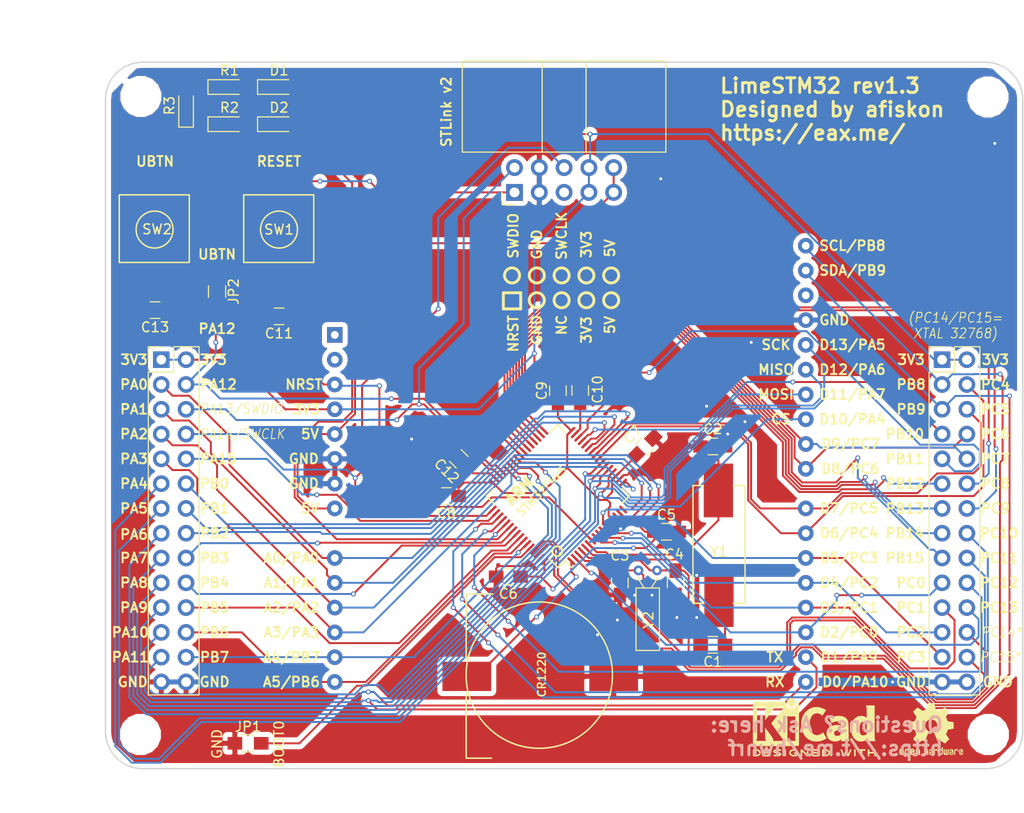
<source format=kicad_pcb>
(kicad_pcb (version 20171130) (host pcbnew "(6.0.0-rc1-dev-148-g83a56263d)")
  (layers (0 F.Cu signal) (31 B.Cu signal) (34 B.Paste user) (35 F.Paste user) (36 B.SilkS user) (37 F.SilkS user) (38 B.Mask user) (39 F.Mask user) (44 Edge.Cuts user))
  (net 0 "")
  (net 1 GND)
  (net 2 PB7)
  (net 3 PB6)
  (net 4 PB5)
  (net 5 PB4)
  (net 6 PB3)
  (net 7 PB2)
  (net 8 PB1)
  (net 9 PB0)
  (net 10 PA15)
  (net 11 PA14)
  (net 12 PA13)
  (net 13 PA12)
  (net 14 +3V3)
  (net 15 PA11)
  (net 16 PA10)
  (net 17 PA9)
  (net 18 PA8)
  (net 19 PA7)
  (net 20 PA6)
  (net 21 PA5)
  (net 22 PA4)
  (net 23 PA3)
  (net 24 PA2)
  (net 25 PA1)
  (net 26 PA0)
  (net 27 PB8)
  (net 28 PB9)
  (net 29 PB10)
  (net 30 PB11)
  (net 31 PB12)
  (net 32 PB13)
  (net 33 PB14)
  (net 34 PB15)
  (net 35 PC0)
  (net 36 PC1)
  (net 37 PC2)
  (net 38 PC3)
  (net 39 PC4)
  (net 40 PC5)
  (net 41 PC6)
  (net 42 PC7)
  (net 43 PC8)
  (net 44 PC9)
  (net 45 PC10)
  (net 46 PC11)
  (net 47 PC12)
  (net 48 PC13)
  (net 49 PC14)
  (net 50 PC15)
  (net 51 "Net-(JP1-Pad2)")
  (net 52 "Net-(J2-Pad30)")
  (net 53 +5V)
  (net 54 NRST)
  (net 55 "Net-(J2-Pad2)")
  (net 56 "Net-(J2-Pad1)")
  (net 57 "Net-(D2-Pad1)")
  (net 58 "Net-(D1-Pad1)")
  (net 59 PD2)
  (net 60 "Net-(C10-Pad1)")
  (net 61 PH1)
  (net 62 PH0)
  (net 63 VBAT)
  (net 64 "Net-(C12-Pad1)")
  (net 65 "Net-(C13-Pad1)")
  (net 66 "Net-(J1-Pad5)")
  (module Connectors_IDC:IDC-Header_2x05_Pitch2.54mm_Angled (layer F.Cu) (at 81.915 56.515 90)
    (fp_text reference J1 hide)
    (fp_text value Conn_02x05_Odd_Even hide)
    (pad 10 thru_hole oval (at 2.54 10.16 90) (size 1.7272 1.7272) (drill 1.016) (layers *.Cu *.Mask) (net 53 +5V))
    (pad 9 thru_hole oval (at 0 10.16 90) (size 1.7272 1.7272) (drill 1.016) (layers *.Cu *.Mask) (net 53 +5V))
    (pad 8 thru_hole oval (at 2.54 7.62 90) (size 1.7272 1.7272) (drill 1.016) (layers *.Cu *.Mask) (net 14 +3V3))
    (pad 7 thru_hole oval (at 0 7.62 90) (size 1.7272 1.7272) (drill 1.016) (layers *.Cu *.Mask) (net 14 +3V3))
    (pad 6 thru_hole oval (at 2.54 5.08 90) (size 1.7272 1.7272) (drill 1.016) (layers *.Cu *.Mask) (net 11 PA14))
    (pad 5 thru_hole oval (at 0 5.08 90) (size 1.7272 1.7272) (drill 1.016) (layers *.Cu *.Mask) (net 66 "Net-(J1-Pad5)"))
    (pad 4 thru_hole oval (at 2.54 2.54 90) (size 1.7272 1.7272) (drill 1.016) (layers *.Cu *.Mask) (net 1 GND))
    (pad 3 thru_hole oval (at 0 2.54 90) (size 1.7272 1.7272) (drill 1.016) (layers *.Cu *.Mask) (net 1 GND))
    (pad 2 thru_hole oval (at 2.54 0 90) (size 1.7272 1.7272) (drill 1.016) (layers *.Cu *.Mask) (net 12 PA13))
    (pad 1 thru_hole rect (at 0 0 90) (size 1.7272 1.7272) (drill 1.016) (layers *.Cu *.Mask) (net 54 NRST))
  )
  (module Resistors_SMD:R_0805_HandSoldering (layer F.Cu) (at 54.61 112.9665)
    (fp_text reference JP1 (at 0 -1.7) (layer F.SilkS))
    (fp_text value Jumper hide)
    (pad 1 smd rect (at -1.35 0) (size 1.5 1.3) (layers F.Cu F.Paste F.Mask) (net 1 GND))
    (pad 2 smd rect (at 1.35 0) (size 1.5 1.3) (layers F.Cu F.Paste F.Mask) (net 51 "Net-(JP1-Pad2)"))
  )
  (module Resistors_SMD:R_0805_HandSoldering (layer F.Cu) (at 51.435 66.675 270)
    (fp_text reference JP2 (at 0 -1.7 270) (layer F.SilkS))
    (fp_text value Jumper hide)
    (pad 2 smd rect (at 1.35 0 270) (size 1.5 1.3) (layers F.Cu F.Paste F.Mask) (net 13 PA12))
    (pad 1 smd rect (at -1.35 0 270) (size 1.5 1.3) (layers F.Cu F.Paste F.Mask) (net 65 "Net-(C13-Pad1)"))
  )
  (module Symbols:KiCad-Logo2_6mm_SilkScreen (layer F.Cu) (at 112.6236 111.3028)
    (fp_text reference SYM2 hide)
    (fp_text value Logo_Open_Hardware_Small hide)
  )
  (module Symbols:OSHW-Logo2_7.3x6mm_SilkScreen (layer F.Cu) (at 124.6124 111.6076)
    (fp_text reference SYM1 hide)
    (fp_text value Logo_Open_Hardware_Small hide)
  )
  (module Capacitors_SMD:C_0805_HandSoldering (layer F.Cu) (at 45.085 68.58 180)
    (fp_text reference C13 (at 0 -1.75 180) (layer F.SilkS))
    (fp_text value 0.1 hide)
    (pad 2 smd rect (at 1.25 0 180) (size 1.5 1.25) (layers F.Cu F.Paste F.Mask) (net 1 GND))
    (pad 1 smd rect (at -1.25 0 180) (size 1.5 1.25) (layers F.Cu F.Paste F.Mask) (net 65 "Net-(C13-Pad1)"))
  )
  (module Housings_QFP:LQFP-64_10x10mm_Pitch0.5mm (layer F.Cu) (at 86.36 87.63 135)
    (fp_text reference U1 hide)
    (fp_text value STM32F405RGTx hide)
    (pad 64 smd rect (at -3.75 -5.7 225) (size 1 0.25) (layers F.Cu F.Paste F.Mask) (net 14 +3V3))
    (pad 63 smd rect (at -3.25 -5.7 225) (size 1 0.25) (layers F.Cu F.Paste F.Mask) (net 1 GND))
    (pad 62 smd rect (at -2.75 -5.7 225) (size 1 0.25) (layers F.Cu F.Paste F.Mask) (net 28 PB9))
    (pad 61 smd rect (at -2.25 -5.7 225) (size 1 0.25) (layers F.Cu F.Paste F.Mask) (net 27 PB8))
    (pad 60 smd rect (at -1.75 -5.7 225) (size 1 0.25) (layers F.Cu F.Paste F.Mask) (net 51 "Net-(JP1-Pad2)"))
    (pad 59 smd rect (at -1.25 -5.7 225) (size 1 0.25) (layers F.Cu F.Paste F.Mask) (net 2 PB7))
    (pad 58 smd rect (at -0.75 -5.7 225) (size 1 0.25) (layers F.Cu F.Paste F.Mask) (net 3 PB6))
    (pad 57 smd rect (at -0.25 -5.7 225) (size 1 0.25) (layers F.Cu F.Paste F.Mask) (net 4 PB5))
    (pad 56 smd rect (at 0.25 -5.7 225) (size 1 0.25) (layers F.Cu F.Paste F.Mask) (net 5 PB4))
    (pad 55 smd rect (at 0.75 -5.7 225) (size 1 0.25) (layers F.Cu F.Paste F.Mask) (net 6 PB3))
    (pad 54 smd rect (at 1.25 -5.7 225) (size 1 0.25) (layers F.Cu F.Paste F.Mask) (net 59 PD2))
    (pad 53 smd rect (at 1.75 -5.7 225) (size 1 0.25) (layers F.Cu F.Paste F.Mask) (net 47 PC12))
    (pad 52 smd rect (at 2.25 -5.7 225) (size 1 0.25) (layers F.Cu F.Paste F.Mask) (net 46 PC11))
    (pad 51 smd rect (at 2.75 -5.7 225) (size 1 0.25) (layers F.Cu F.Paste F.Mask) (net 45 PC10))
    (pad 50 smd rect (at 3.25 -5.7 225) (size 1 0.25) (layers F.Cu F.Paste F.Mask) (net 10 PA15))
    (pad 49 smd rect (at 3.75 -5.7 225) (size 1 0.25) (layers F.Cu F.Paste F.Mask) (net 11 PA14))
    (pad 48 smd rect (at 5.7 -3.75 135) (size 1 0.25) (layers F.Cu F.Paste F.Mask) (net 14 +3V3))
    (pad 47 smd rect (at 5.7 -3.25 135) (size 1 0.25) (layers F.Cu F.Paste F.Mask) (net 64 "Net-(C12-Pad1)"))
    (pad 46 smd rect (at 5.7 -2.75 135) (size 1 0.25) (layers F.Cu F.Paste F.Mask) (net 12 PA13))
    (pad 45 smd rect (at 5.7 -2.25 135) (size 1 0.25) (layers F.Cu F.Paste F.Mask) (net 13 PA12))
    (pad 44 smd rect (at 5.7 -1.75 135) (size 1 0.25) (layers F.Cu F.Paste F.Mask) (net 15 PA11))
    (pad 43 smd rect (at 5.7 -1.25 135) (size 1 0.25) (layers F.Cu F.Paste F.Mask) (net 16 PA10))
    (pad 42 smd rect (at 5.7 -0.75 135) (size 1 0.25) (layers F.Cu F.Paste F.Mask) (net 17 PA9))
    (pad 41 smd rect (at 5.7 -0.25 135) (size 1 0.25) (layers F.Cu F.Paste F.Mask) (net 18 PA8))
    (pad 40 smd rect (at 5.7 0.25 135) (size 1 0.25) (layers F.Cu F.Paste F.Mask) (net 44 PC9))
    (pad 39 smd rect (at 5.7 0.75 135) (size 1 0.25) (layers F.Cu F.Paste F.Mask) (net 43 PC8))
    (pad 38 smd rect (at 5.7 1.25 135) (size 1 0.25) (layers F.Cu F.Paste F.Mask) (net 42 PC7))
    (pad 37 smd rect (at 5.7 1.75 135) (size 1 0.25) (layers F.Cu F.Paste F.Mask) (net 41 PC6))
    (pad 36 smd rect (at 5.7 2.25 135) (size 1 0.25) (layers F.Cu F.Paste F.Mask) (net 34 PB15))
    (pad 35 smd rect (at 5.7 2.75 135) (size 1 0.25) (layers F.Cu F.Paste F.Mask) (net 33 PB14))
    (pad 34 smd rect (at 5.7 3.25 135) (size 1 0.25) (layers F.Cu F.Paste F.Mask) (net 32 PB13))
    (pad 33 smd rect (at 5.7 3.75 135) (size 1 0.25) (layers F.Cu F.Paste F.Mask) (net 31 PB12))
    (pad 32 smd rect (at 3.75 5.7 225) (size 1 0.25) (layers F.Cu F.Paste F.Mask) (net 14 +3V3))
    (pad 31 smd rect (at 3.25 5.7 225) (size 1 0.25) (layers F.Cu F.Paste F.Mask) (net 60 "Net-(C10-Pad1)"))
    (pad 30 smd rect (at 2.75 5.7 225) (size 1 0.25) (layers F.Cu F.Paste F.Mask) (net 30 PB11))
    (pad 29 smd rect (at 2.25 5.7 225) (size 1 0.25) (layers F.Cu F.Paste F.Mask) (net 29 PB10))
    (pad 28 smd rect (at 1.75 5.7 225) (size 1 0.25) (layers F.Cu F.Paste F.Mask) (net 7 PB2))
    (pad 27 smd rect (at 1.25 5.7 225) (size 1 0.25) (layers F.Cu F.Paste F.Mask) (net 8 PB1))
    (pad 26 smd rect (at 0.75 5.7 225) (size 1 0.25) (layers F.Cu F.Paste F.Mask) (net 9 PB0))
    (pad 25 smd rect (at 0.25 5.7 225) (size 1 0.25) (layers F.Cu F.Paste F.Mask) (net 40 PC5))
    (pad 24 smd rect (at -0.25 5.7 225) (size 1 0.25) (layers F.Cu F.Paste F.Mask) (net 39 PC4))
    (pad 23 smd rect (at -0.75 5.7 225) (size 1 0.25) (layers F.Cu F.Paste F.Mask) (net 19 PA7))
    (pad 22 smd rect (at -1.25 5.7 225) (size 1 0.25) (layers F.Cu F.Paste F.Mask) (net 20 PA6))
    (pad 21 smd rect (at -1.75 5.7 225) (size 1 0.25) (layers F.Cu F.Paste F.Mask) (net 21 PA5))
    (pad 20 smd rect (at -2.25 5.7 225) (size 1 0.25) (layers F.Cu F.Paste F.Mask) (net 22 PA4))
    (pad 19 smd rect (at -2.75 5.7 225) (size 1 0.25) (layers F.Cu F.Paste F.Mask) (net 14 +3V3))
    (pad 18 smd rect (at -3.25 5.7 225) (size 1 0.25) (layers F.Cu F.Paste F.Mask) (net 1 GND))
    (pad 17 smd rect (at -3.75 5.7 225) (size 1 0.25) (layers F.Cu F.Paste F.Mask) (net 23 PA3))
    (pad 16 smd rect (at -5.7 3.75 135) (size 1 0.25) (layers F.Cu F.Paste F.Mask) (net 24 PA2))
    (pad 15 smd rect (at -5.7 3.25 135) (size 1 0.25) (layers F.Cu F.Paste F.Mask) (net 25 PA1))
    (pad 14 smd rect (at -5.7 2.75 135) (size 1 0.25) (layers F.Cu F.Paste F.Mask) (net 26 PA0))
    (pad 13 smd rect (at -5.7 2.25 135) (size 1 0.25) (layers F.Cu F.Paste F.Mask) (net 14 +3V3))
    (pad 12 smd rect (at -5.7 1.75 135) (size 1 0.25) (layers F.Cu F.Paste F.Mask) (net 1 GND))
    (pad 11 smd rect (at -5.7 1.25 135) (size 1 0.25) (layers F.Cu F.Paste F.Mask) (net 38 PC3))
    (pad 10 smd rect (at -5.7 0.75 135) (size 1 0.25) (layers F.Cu F.Paste F.Mask) (net 37 PC2))
    (pad 9 smd rect (at -5.7 0.25 135) (size 1 0.25) (layers F.Cu F.Paste F.Mask) (net 36 PC1))
    (pad 8 smd rect (at -5.7 -0.25 135) (size 1 0.25) (layers F.Cu F.Paste F.Mask) (net 35 PC0))
    (pad 7 smd rect (at -5.7 -0.75 135) (size 1 0.25) (layers F.Cu F.Paste F.Mask) (net 54 NRST))
    (pad 6 smd rect (at -5.7 -1.25 135) (size 1 0.25) (layers F.Cu F.Paste F.Mask) (net 61 PH1))
    (pad 5 smd rect (at -5.7 -1.75 135) (size 1 0.25) (layers F.Cu F.Paste F.Mask) (net 62 PH0))
    (pad 4 smd rect (at -5.7 -2.25 135) (size 1 0.25) (layers F.Cu F.Paste F.Mask) (net 50 PC15))
    (pad 3 smd rect (at -5.7 -2.75 135) (size 1 0.25) (layers F.Cu F.Paste F.Mask) (net 49 PC14))
    (pad 2 smd rect (at -5.7 -3.25 135) (size 1 0.25) (layers F.Cu F.Paste F.Mask) (net 48 PC13))
    (pad 1 smd rect (at -5.7 -3.75 135) (size 1 0.25) (layers F.Cu F.Paste F.Mask) (net 63 VBAT))
  )
  (module LEDs:LED_0805_HandSoldering (layer F.Cu) (at 48.26 47.625 90)
    (fp_text reference R3 (at 0 -1.7 90) (layer F.SilkS))
    (fp_text value 10K hide)
    (pad 2 smd rect (at 1.35 0 90) (size 1.5 1.3) (layers F.Cu F.Paste F.Mask) (net 14 +3V3))
    (pad 1 smd rect (at -1.35 0 90) (size 1.5 1.3) (layers F.Cu F.Paste F.Mask) (net 65 "Net-(C13-Pad1)"))
  )
  (module My_Library:Button_SMD_4pins (layer F.Cu) (at 45.034501 60.325)
    (fp_text reference SW2 (at 0.254 -0.0325) (layer F.SilkS))
    (fp_text value SW_Push hide)
    (pad "" smd rect (at -0.0635 4.572) (size 1.6 2.2) (layers F.Cu F.Paste F.Mask))
    (pad 2 smd rect (at 2.159 4.572) (size 1.6 2.2) (layers F.Cu F.Paste F.Mask) (net 65 "Net-(C13-Pad1)"))
    (pad 1 smd rect (at -2.159 4.572) (size 1.6 2.2) (layers F.Cu F.Paste F.Mask) (net 1 GND))
    (pad 2 smd rect (at 2.2225 -4.7625) (size 1.6 2.2) (layers F.Cu F.Paste F.Mask) (net 65 "Net-(C13-Pad1)"))
    (pad 1 smd rect (at -2.159 -4.699) (size 1.6 2.2) (layers F.Cu F.Paste F.Mask) (net 1 GND))
  )
  (module My_Library:CR1220_Battery_Holder (layer F.Cu) (at 84.455 106.045 270)
    (fp_text reference BT1 hide)
    (fp_text value Battery_Cell hide)
    (pad 2 smd rect (at 0.0635 -7.62 270) (size 3 5) (layers F.Cu F.Paste F.Mask) (net 1 GND))
    (pad 1 smd rect (at 0.0635 7.4295 270) (size 3 5) (layers F.Cu F.Paste F.Mask) (net 63 VBAT))
  )
  (module Mounting_Holes:MountingHole_3.2mm_M3 (layer F.Cu) (at 43.5737 112.0648)
    (fp_text reference MK4 hide)
    (fp_text value Mounting_Hole hide)
    (pad 1 np_thru_hole circle (at 0 0) (size 3.2 3.2) (drill 3.2) (layers *.Cu *.Mask))
  )
  (module Mounting_Holes:MountingHole_3.2mm_M3 (layer F.Cu) (at 130.4671 112.0648)
    (fp_text reference MK3 hide)
    (fp_text value Mounting_Hole hide)
    (pad 1 np_thru_hole circle (at 0 0) (size 3.2 3.2) (drill 3.2) (layers *.Cu *.Mask))
  )
  (module Mounting_Holes:MountingHole_3.2mm_M3 (layer F.Cu) (at 43.6245 46.6852)
    (fp_text reference MK1 hide)
    (fp_text value Mounting_Hole hide)
    (pad 1 np_thru_hole circle (at 0 0) (size 3.2 3.2) (drill 3.2) (layers *.Cu *.Mask))
  )
  (module Mounting_Holes:MountingHole_3.2mm_M3 (layer F.Cu) (at 130.429 46.736)
    (fp_text reference MK2 hide)
    (fp_text value Mounting_Hole hide)
    (pad 1 np_thru_hole circle (at 0 0) (size 3.2 3.2) (drill 3.2) (layers *.Cu *.Mask))
  )
  (module Capacitors_SMD:C_0805_HandSoldering (layer F.Cu) (at 76.2 83.82 135)
    (fp_text reference C12 (at 0 -1.75 135) (layer F.SilkS))
    (fp_text value 2.2 hide)
    (pad 2 smd rect (at 1.249999 0 135) (size 1.5 1.25) (layers F.Cu F.Paste F.Mask) (net 1 GND))
    (pad 1 smd rect (at -1.249999 0 135) (size 1.5 1.25) (layers F.Cu F.Paste F.Mask) (net 64 "Net-(C12-Pad1)"))
  )
  (module My_Library:Crystal_Oscillator_SMD (layer F.Cu) (at 102.87 92.075 180)
    (fp_text reference Y1 (at 0 -1.27 180) (layer F.SilkS))
    (fp_text value "16 MHz" hide)
    (pad 1 smd rect (at 0 -6.223 180) (size 3 5.5) (layers F.Cu F.Paste F.Mask) (net 62 PH0))
    (pad 2 smd rect (at 0.0635 5.0165 180) (size 3 5.5) (layers F.Cu F.Paste F.Mask) (net 61 PH1))
  )
  (module My_Library:Button_SMD_4pins (layer F.Cu) (at 57.785 60.325)
    (fp_text reference SW1 (at 0 0) (layer F.SilkS))
    (fp_text value SW_Push hide)
    (pad "" smd rect (at -0.0635 4.572) (size 1.6 2.2) (layers F.Cu F.Paste F.Mask))
    (pad 2 smd rect (at 2.159 4.572) (size 1.6 2.2) (layers F.Cu F.Paste F.Mask) (net 54 NRST))
    (pad 1 smd rect (at -2.159 4.572) (size 1.6 2.2) (layers F.Cu F.Paste F.Mask) (net 1 GND))
    (pad 2 smd rect (at 2.2225 -4.7625) (size 1.6 2.2) (layers F.Cu F.Paste F.Mask) (net 54 NRST))
    (pad 1 smd rect (at -2.159 -4.699) (size 1.6 2.2) (layers F.Cu F.Paste F.Mask) (net 1 GND))
  )
  (module My_Library:Arduino_UNO_R3_Only_Pins (layer B.Cu) (at 63.5 71.12 270)
    (fp_text reference J2 hide)
    (fp_text value Arduino_UNO_R3 hide)
    (pad 16 thru_hole oval (at 33.02 -48.26 180) (size 1.6 1.6) (drill 0.8) (layers *.Cu *.Mask) (net 17 PA9))
    (pad 15 thru_hole oval (at 35.56 -48.26 180) (size 1.6 1.6) (drill 0.8) (layers *.Cu *.Mask) (net 16 PA10))
    (pad 30 thru_hole oval (at -4.06 -48.26 180) (size 1.6 1.6) (drill 0.8) (layers *.Cu *.Mask) (net 52 "Net-(J2-Pad30)"))
    (pad 14 thru_hole oval (at 35.56 0 180) (size 1.6 1.6) (drill 0.8) (layers *.Cu *.Mask) (net 3 PB6))
    (pad 29 thru_hole oval (at -1.52 -48.26 180) (size 1.6 1.6) (drill 0.8) (layers *.Cu *.Mask) (net 1 GND))
    (pad 13 thru_hole oval (at 33.02 0 180) (size 1.6 1.6) (drill 0.8) (layers *.Cu *.Mask) (net 2 PB7))
    (pad 28 thru_hole oval (at 1.02 -48.26 180) (size 1.6 1.6) (drill 0.8) (layers *.Cu *.Mask) (net 21 PA5))
    (pad 12 thru_hole oval (at 30.48 0 180) (size 1.6 1.6) (drill 0.8) (layers *.Cu *.Mask) (net 23 PA3))
    (pad 27 thru_hole oval (at 3.56 -48.26 180) (size 1.6 1.6) (drill 0.8) (layers *.Cu *.Mask) (net 20 PA6))
    (pad 11 thru_hole oval (at 27.94 0 180) (size 1.6 1.6) (drill 0.8) (layers *.Cu *.Mask) (net 24 PA2))
    (pad 26 thru_hole oval (at 6.1 -48.26 180) (size 1.6 1.6) (drill 0.8) (layers *.Cu *.Mask) (net 19 PA7))
    (pad 10 thru_hole oval (at 25.4 0 180) (size 1.6 1.6) (drill 0.8) (layers *.Cu *.Mask) (net 25 PA1))
    (pad 25 thru_hole oval (at 8.64 -48.26 180) (size 1.6 1.6) (drill 0.8) (layers *.Cu *.Mask) (net 22 PA4))
    (pad 9 thru_hole oval (at 22.86 0 180) (size 1.6 1.6) (drill 0.8) (layers *.Cu *.Mask) (net 26 PA0))
    (pad 24 thru_hole oval (at 11.18 -48.26 180) (size 1.6 1.6) (drill 0.8) (layers *.Cu *.Mask) (net 42 PC7))
    (pad 8 thru_hole oval (at 17.78 0 180) (size 1.6 1.6) (drill 0.8) (layers *.Cu *.Mask) (net 53 +5V))
    (pad 23 thru_hole oval (at 13.72 -48.26 180) (size 1.6 1.6) (drill 0.8) (layers *.Cu *.Mask) (net 41 PC6))
    (pad 7 thru_hole oval (at 15.24 0 180) (size 1.6 1.6) (drill 0.8) (layers *.Cu *.Mask) (net 1 GND))
    (pad 22 thru_hole oval (at 17.78 -48.26 180) (size 1.6 1.6) (drill 0.8) (layers *.Cu *.Mask) (net 40 PC5))
    (pad 6 thru_hole oval (at 12.7 0 180) (size 1.6 1.6) (drill 0.8) (layers *.Cu *.Mask) (net 1 GND))
    (pad 21 thru_hole oval (at 20.32 -48.26 180) (size 1.6 1.6) (drill 0.8) (layers *.Cu *.Mask) (net 39 PC4))
    (pad 5 thru_hole oval (at 10.16 0 180) (size 1.6 1.6) (drill 0.8) (layers *.Cu *.Mask) (net 53 +5V))
    (pad 20 thru_hole oval (at 22.86 -48.26 180) (size 1.6 1.6) (drill 0.8) (layers *.Cu *.Mask) (net 38 PC3))
    (pad 4 thru_hole oval (at 7.62 0 180) (size 1.6 1.6) (drill 0.8) (layers *.Cu *.Mask) (net 14 +3V3))
    (pad 19 thru_hole oval (at 25.4 -48.26 180) (size 1.6 1.6) (drill 0.8) (layers *.Cu *.Mask) (net 37 PC2))
    (pad 3 thru_hole oval (at 5.08 0 180) (size 1.6 1.6) (drill 0.8) (layers *.Cu *.Mask) (net 54 NRST))
    (pad 18 thru_hole oval (at 27.94 -48.26 180) (size 1.6 1.6) (drill 0.8) (layers *.Cu *.Mask) (net 36 PC1))
    (pad 2 thru_hole oval (at 2.54 0 180) (size 1.6 1.6) (drill 0.8) (layers *.Cu *.Mask) (net 55 "Net-(J2-Pad2)"))
    (pad 17 thru_hole oval (at 30.48 -48.26 180) (size 1.6 1.6) (drill 0.8) (layers *.Cu *.Mask) (net 35 PC0))
    (pad 1 thru_hole rect (at 0 0 180) (size 1.6 1.6) (drill 0.8) (layers *.Cu *.Mask) (net 56 "Net-(J2-Pad1)"))
    (pad 31 thru_hole oval (at -6.6 -48.26 180) (size 1.6 1.6) (drill 0.8) (layers *.Cu *.Mask) (net 28 PB9))
    (pad 32 thru_hole oval (at -9.14 -48.26 180) (size 1.6 1.6) (drill 0.8) (layers *.Cu *.Mask) (net 27 PB8))
  )
  (module Capacitors_SMD:C_0805_HandSoldering (layer F.Cu) (at 88.646 76.8096 90)
    (fp_text reference C10 (at 0.1016 1.778 270) (layer F.SilkS))
    (fp_text value 2.2 hide)
    (pad 2 smd rect (at 1.249999 0 90) (size 1.5 1.25) (layers F.Cu F.Paste F.Mask) (net 1 GND))
    (pad 1 smd rect (at -1.249999 0 90) (size 1.5 1.25) (layers F.Cu F.Paste F.Mask) (net 60 "Net-(C10-Pad1)"))
  )
  (module Capacitors_SMD:C_0805_HandSoldering (layer F.Cu) (at 86.36 76.835 90)
    (fp_text reference C9 (at 0 -1.651 270) (layer F.SilkS))
    (fp_text value 0.1 hide)
    (pad 1 smd rect (at -1.25 0 90) (size 1.5 1.25) (layers F.Cu F.Paste F.Mask) (net 14 +3V3))
    (pad 2 smd rect (at 1.25 0 90) (size 1.5 1.25) (layers F.Cu F.Paste F.Mask) (net 1 GND))
  )
  (module Capacitors_SMD:C_0805_HandSoldering (layer F.Cu) (at 74.93 87.63 180)
    (fp_text reference C8 (at 0 -1.75 180) (layer F.SilkS))
    (fp_text value 0.1 hide)
    (pad 2 smd rect (at 1.25 0 180) (size 1.5 1.25) (layers F.Cu F.Paste F.Mask) (net 1 GND))
    (pad 1 smd rect (at -1.25 0 180) (size 1.5 1.25) (layers F.Cu F.Paste F.Mask) (net 14 +3V3))
  )
  (module Capacitors_SMD:C_0805_HandSoldering (layer F.Cu) (at 95.25 82.55 45)
    (fp_text reference C7 (at 0 -1.75 45) (layer F.SilkS))
    (fp_text value 0.1 hide)
    (pad 1 smd rect (at -1.249999 0 45) (size 1.5 1.25) (layers F.Cu F.Paste F.Mask) (net 14 +3V3))
    (pad 2 smd rect (at 1.249999 0 45) (size 1.5 1.25) (layers F.Cu F.Paste F.Mask) (net 1 GND))
  )
  (module Capacitors_SMD:C_0805_HandSoldering (layer F.Cu) (at 81.28 95.885 180)
    (fp_text reference C6 (at 0 -1.75 180) (layer F.SilkS))
    (fp_text value 0.1 hide)
    (pad 2 smd rect (at 1.25 0 180) (size 1.5 1.25) (layers F.Cu F.Paste F.Mask) (net 1 GND))
    (pad 1 smd rect (at -1.25 0 180) (size 1.5 1.25) (layers F.Cu F.Paste F.Mask) (net 14 +3V3))
  )
  (module Capacitors_SMD:C_0805_HandSoldering (layer F.Cu) (at 97.4852 91.2876)
    (fp_text reference C5 (at 0 -1.75) (layer F.SilkS))
    (fp_text value 0.1 hide)
    (pad 1 smd rect (at -1.25 0) (size 1.5 1.25) (layers F.Cu F.Paste F.Mask) (net 14 +3V3))
    (pad 2 smd rect (at 1.25 0) (size 1.5 1.25) (layers F.Cu F.Paste F.Mask) (net 1 GND))
  )
  (module Capacitors_SMD:C_0805_HandSoldering (layer F.Cu) (at 98.425 96.52 270)
    (fp_text reference C4 (at -2.921 0.127) (layer F.SilkS))
    (fp_text value "10 pF" hide)
    (pad 2 smd rect (at 1.25 0 270) (size 1.5 1.25) (layers F.Cu F.Paste F.Mask) (net 1 GND))
    (pad 1 smd rect (at -1.25 0 270) (size 1.5 1.25) (layers F.Cu F.Paste F.Mask) (net 50 PC15))
  )
  (module Capacitors_SMD:C_0805_HandSoldering (layer F.Cu) (at 92.71 96.52 270)
    (fp_text reference C3 (at -2.794 0) (layer F.SilkS))
    (fp_text value "10 pF" hide)
    (pad 1 smd rect (at -1.25 0 270) (size 1.5 1.25) (layers F.Cu F.Paste F.Mask) (net 49 PC14))
    (pad 2 smd rect (at 1.25 0 270) (size 1.5 1.25) (layers F.Cu F.Paste F.Mask) (net 1 GND))
  )
  (module Capacitors_SMD:C_0805_HandSoldering (layer F.Cu) (at 102.235 82.55 180)
    (fp_text reference C2 (at 0 1.778 180) (layer F.SilkS))
    (fp_text value "22 pF" hide)
    (pad 2 smd rect (at 1.25 0 180) (size 1.5 1.25) (layers F.Cu F.Paste F.Mask) (net 1 GND))
    (pad 1 smd rect (at -1.25 0 180) (size 1.5 1.25) (layers F.Cu F.Paste F.Mask) (net 61 PH1))
  )
  (module Capacitors_SMD:C_0805_HandSoldering (layer F.Cu) (at 102.235 102.87 180)
    (fp_text reference C1 (at 0 -1.75 180) (layer F.SilkS))
    (fp_text value "22 pF" hide)
    (pad 1 smd rect (at -1.25 0 180) (size 1.5 1.25) (layers F.Cu F.Paste F.Mask) (net 62 PH0))
    (pad 2 smd rect (at 1.25 0 180) (size 1.5 1.25) (layers F.Cu F.Paste F.Mask) (net 1 GND))
  )
  (module Capacitors_SMD:C_0805_HandSoldering (layer F.Cu) (at 57.785 69.215 180)
    (fp_text reference C11 (at 0 -1.75 180) (layer F.SilkS))
    (fp_text value 0.1 hide)
    (pad 2 smd rect (at 1.25 0 180) (size 1.5 1.25) (layers F.Cu F.Paste F.Mask) (net 1 GND))
    (pad 1 smd rect (at -1.25 0 180) (size 1.5 1.25) (layers F.Cu F.Paste F.Mask) (net 54 NRST))
  )
  (module Crystals:Crystal_DS26_d2.0mm_l6.0mm_Horizontal (layer F.Cu) (at 94.615 95.25)
    (fp_text reference Y2 (at 1.016 5.08 90) (layer F.SilkS))
    (fp_text value 32768 hide)
    (pad 2 thru_hole circle (at 1.9 0) (size 1 1) (drill 0.5) (layers *.Cu *.Mask) (net 50 PC15))
    (pad 1 thru_hole circle (at 0 0) (size 1 1) (drill 0.5) (layers *.Cu *.Mask) (net 49 PC14))
  )
  (module LEDs:LED_0805_HandSoldering (layer F.Cu) (at 57.785 45.72)
    (fp_text reference D1 (at 0 -1.7) (layer F.SilkS))
    (fp_text value LED hide)
    (pad 1 smd rect (at -1.35 0) (size 1.5 1.3) (layers F.Cu F.Paste F.Mask) (net 58 "Net-(D1-Pad1)"))
    (pad 2 smd rect (at 1.35 0) (size 1.5 1.3) (layers F.Cu F.Paste F.Mask) (net 14 +3V3))
  )
  (module LEDs:LED_0805_HandSoldering (layer F.Cu) (at 57.785 49.53)
    (fp_text reference D2 (at 0 -1.7) (layer F.SilkS))
    (fp_text value LED hide)
    (pad 2 smd rect (at 1.35 0) (size 1.5 1.3) (layers F.Cu F.Paste F.Mask) (net 59 PD2))
    (pad 1 smd rect (at -1.35 0) (size 1.5 1.3) (layers F.Cu F.Paste F.Mask) (net 57 "Net-(D2-Pad1)"))
  )
  (module LEDs:LED_0805_HandSoldering (layer F.Cu) (at 52.705 45.72)
    (fp_text reference R1 (at 0 -1.7) (layer F.SilkS))
    (fp_text value 680 hide)
    (pad 1 smd rect (at -1.35 0) (size 1.5 1.3) (layers F.Cu F.Paste F.Mask) (net 1 GND))
    (pad 2 smd rect (at 1.35 0) (size 1.5 1.3) (layers F.Cu F.Paste F.Mask) (net 58 "Net-(D1-Pad1)"))
  )
  (module LEDs:LED_0805_HandSoldering (layer F.Cu) (at 52.705 49.53)
    (fp_text reference R2 (at 0 -1.7) (layer F.SilkS))
    (fp_text value 680 hide)
    (pad 2 smd rect (at 1.35 0) (size 1.5 1.3) (layers F.Cu F.Paste F.Mask) (net 57 "Net-(D2-Pad1)"))
    (pad 1 smd rect (at -1.35 0) (size 1.5 1.3) (layers F.Cu F.Paste F.Mask) (net 1 GND))
  )
  (module Pin_Headers:Pin_Header_Straight_2x14_Pitch2.54mm (layer F.Cu) (at 125.73 73.66)
    (fp_text reference J4 hide)
    (fp_text value Conn_02x14_Top_Bottom hide)
    (pad 1 thru_hole rect (at 0 0) (size 1.7 1.7) (drill 1) (layers *.Cu *.Mask) (net 14 +3V3))
    (pad 2 thru_hole oval (at 2.54 0) (size 1.7 1.7) (drill 1) (layers *.Cu *.Mask) (net 14 +3V3))
    (pad 3 thru_hole oval (at 0 2.54) (size 1.7 1.7) (drill 1) (layers *.Cu *.Mask) (net 27 PB8))
    (pad 4 thru_hole oval (at 2.54 2.54) (size 1.7 1.7) (drill 1) (layers *.Cu *.Mask) (net 39 PC4))
    (pad 5 thru_hole oval (at 0 5.08) (size 1.7 1.7) (drill 1) (layers *.Cu *.Mask) (net 28 PB9))
    (pad 6 thru_hole oval (at 2.54 5.08) (size 1.7 1.7) (drill 1) (layers *.Cu *.Mask) (net 40 PC5))
    (pad 7 thru_hole oval (at 0 7.62) (size 1.7 1.7) (drill 1) (layers *.Cu *.Mask) (net 29 PB10))
    (pad 8 thru_hole oval (at 2.54 7.62) (size 1.7 1.7) (drill 1) (layers *.Cu *.Mask) (net 41 PC6))
    (pad 9 thru_hole oval (at 0 10.16) (size 1.7 1.7) (drill 1) (layers *.Cu *.Mask) (net 30 PB11))
    (pad 10 thru_hole oval (at 2.54 10.16) (size 1.7 1.7) (drill 1) (layers *.Cu *.Mask) (net 42 PC7))
    (pad 11 thru_hole oval (at 0 12.7) (size 1.7 1.7) (drill 1) (layers *.Cu *.Mask) (net 31 PB12))
    (pad 12 thru_hole oval (at 2.54 12.7) (size 1.7 1.7) (drill 1) (layers *.Cu *.Mask) (net 43 PC8))
    (pad 13 thru_hole oval (at 0 15.24) (size 1.7 1.7) (drill 1) (layers *.Cu *.Mask) (net 32 PB13))
    (pad 14 thru_hole oval (at 2.54 15.24) (size 1.7 1.7) (drill 1) (layers *.Cu *.Mask) (net 44 PC9))
    (pad 15 thru_hole oval (at 0 17.78) (size 1.7 1.7) (drill 1) (layers *.Cu *.Mask) (net 33 PB14))
    (pad 16 thru_hole oval (at 2.54 17.78) (size 1.7 1.7) (drill 1) (layers *.Cu *.Mask) (net 45 PC10))
    (pad 17 thru_hole oval (at 0 20.32) (size 1.7 1.7) (drill 1) (layers *.Cu *.Mask) (net 34 PB15))
    (pad 18 thru_hole oval (at 2.54 20.32) (size 1.7 1.7) (drill 1) (layers *.Cu *.Mask) (net 46 PC11))
    (pad 19 thru_hole oval (at 0 22.86) (size 1.7 1.7) (drill 1) (layers *.Cu *.Mask) (net 35 PC0))
    (pad 20 thru_hole oval (at 2.54 22.86) (size 1.7 1.7) (drill 1) (layers *.Cu *.Mask) (net 47 PC12))
    (pad 21 thru_hole oval (at 0 25.4) (size 1.7 1.7) (drill 1) (layers *.Cu *.Mask) (net 36 PC1))
    (pad 22 thru_hole oval (at 2.54 25.4) (size 1.7 1.7) (drill 1) (layers *.Cu *.Mask) (net 48 PC13))
    (pad 23 thru_hole oval (at 0 27.94) (size 1.7 1.7) (drill 1) (layers *.Cu *.Mask) (net 37 PC2))
    (pad 24 thru_hole oval (at 2.54 27.94) (size 1.7 1.7) (drill 1) (layers *.Cu *.Mask) (net 49 PC14))
    (pad 25 thru_hole oval (at 0 30.48) (size 1.7 1.7) (drill 1) (layers *.Cu *.Mask) (net 38 PC3))
    (pad 26 thru_hole oval (at 2.54 30.48) (size 1.7 1.7) (drill 1) (layers *.Cu *.Mask) (net 50 PC15))
    (pad 27 thru_hole oval (at 0 33.02) (size 1.7 1.7) (drill 1) (layers *.Cu *.Mask) (net 1 GND))
    (pad 28 thru_hole oval (at 2.54 33.02) (size 1.7 1.7) (drill 1) (layers *.Cu *.Mask) (net 1 GND))
  )
  (module Pin_Headers:Pin_Header_Straight_2x14_Pitch2.54mm (layer F.Cu) (at 45.72 73.66)
    (fp_text reference J3 hide)
    (fp_text value Conn_02x14_Top_Bottom hide)
    (pad 28 thru_hole oval (at 2.54 33.02) (size 1.7 1.7) (drill 1) (layers *.Cu *.Mask) (net 1 GND))
    (pad 27 thru_hole oval (at 0 33.02) (size 1.7 1.7) (drill 1) (layers *.Cu *.Mask) (net 1 GND))
    (pad 26 thru_hole oval (at 2.54 30.48) (size 1.7 1.7) (drill 1) (layers *.Cu *.Mask) (net 2 PB7))
    (pad 25 thru_hole oval (at 0 30.48) (size 1.7 1.7) (drill 1) (layers *.Cu *.Mask) (net 15 PA11))
    (pad 24 thru_hole oval (at 2.54 27.94) (size 1.7 1.7) (drill 1) (layers *.Cu *.Mask) (net 3 PB6))
    (pad 23 thru_hole oval (at 0 27.94) (size 1.7 1.7) (drill 1) (layers *.Cu *.Mask) (net 16 PA10))
    (pad 22 thru_hole oval (at 2.54 25.4) (size 1.7 1.7) (drill 1) (layers *.Cu *.Mask) (net 4 PB5))
    (pad 21 thru_hole oval (at 0 25.4) (size 1.7 1.7) (drill 1) (layers *.Cu *.Mask) (net 17 PA9))
    (pad 20 thru_hole oval (at 2.54 22.86) (size 1.7 1.7) (drill 1) (layers *.Cu *.Mask) (net 5 PB4))
    (pad 19 thru_hole oval (at 0 22.86) (size 1.7 1.7) (drill 1) (layers *.Cu *.Mask) (net 18 PA8))
    (pad 18 thru_hole oval (at 2.54 20.32) (size 1.7 1.7) (drill 1) (layers *.Cu *.Mask) (net 6 PB3))
    (pad 17 thru_hole oval (at 0 20.32) (size 1.7 1.7) (drill 1) (layers *.Cu *.Mask) (net 19 PA7))
    (pad 16 thru_hole oval (at 2.54 17.78) (size 1.7 1.7) (drill 1) (layers *.Cu *.Mask) (net 7 PB2))
    (pad 15 thru_hole oval (at 0 17.78) (size 1.7 1.7) (drill 1) (layers *.Cu *.Mask) (net 20 PA6))
    (pad 14 thru_hole oval (at 2.54 15.24) (size 1.7 1.7) (drill 1) (layers *.Cu *.Mask) (net 8 PB1))
    (pad 13 thru_hole oval (at 0 15.24) (size 1.7 1.7) (drill 1) (layers *.Cu *.Mask) (net 21 PA5))
    (pad 12 thru_hole oval (at 2.54 12.7) (size 1.7 1.7) (drill 1) (layers *.Cu *.Mask) (net 9 PB0))
    (pad 11 thru_hole oval (at 0 12.7) (size 1.7 1.7) (drill 1) (layers *.Cu *.Mask) (net 22 PA4))
    (pad 10 thru_hole oval (at 2.54 10.16) (size 1.7 1.7) (drill 1) (layers *.Cu *.Mask) (net 10 PA15))
    (pad 9 thru_hole oval (at 0 10.16) (size 1.7 1.7) (drill 1) (layers *.Cu *.Mask) (net 23 PA3))
    (pad 8 thru_hole oval (at 2.54 7.62) (size 1.7 1.7) (drill 1) (layers *.Cu *.Mask) (net 11 PA14))
    (pad 7 thru_hole oval (at 0 7.62) (size 1.7 1.7) (drill 1) (layers *.Cu *.Mask) (net 24 PA2))
    (pad 6 thru_hole oval (at 2.54 5.08) (size 1.7 1.7) (drill 1) (layers *.Cu *.Mask) (net 12 PA13))
    (pad 5 thru_hole oval (at 0 5.08) (size 1.7 1.7) (drill 1) (layers *.Cu *.Mask) (net 25 PA1))
    (pad 4 thru_hole oval (at 2.54 2.54) (size 1.7 1.7) (drill 1) (layers *.Cu *.Mask) (net 13 PA12))
    (pad 3 thru_hole oval (at 0 2.54) (size 1.7 1.7) (drill 1) (layers *.Cu *.Mask) (net 26 PA0))
    (pad 2 thru_hole oval (at 2.54 0) (size 1.7 1.7) (drill 1) (layers *.Cu *.Mask) (net 14 +3V3))
    (pad 1 thru_hole rect (at 0 0) (size 1.7 1.7) (drill 1) (layers *.Cu *.Mask) (net 14 +3V3))
  )
  (gr_text ARM (at 82.3976 87.122 45) (layer F.SilkS) (effects (font (size 1.1 1.1) (thickness 0.27))))
  (gr_text "(PC14/PC15=\nXTAL 32768)" (at 127.1016 70.1548) (layer F.SilkS) (effects (font (size 1 0.9) (thickness 0.1) italic)))
  (gr_line (start 80.772 68.453) (end 80.772 66.802) (layer F.SilkS) (width 0.3))
  (gr_line (start 82.55 68.453) (end 80.772 68.453) (layer F.SilkS) (width 0.3))
  (gr_line (start 82.55 66.802) (end 82.55 68.453) (layer F.SilkS) (width 0.3))
  (gr_line (start 80.899 66.802) (end 82.55 66.802) (layer F.SilkS) (width 0.3))
  (gr_circle (center 81.661 65.024) (end 81.788 64.262) (layer F.SilkS) (width 0.3))
  (gr_circle (center 84.201 67.564) (end 84.328 66.802) (layer F.SilkS) (width 0.3))
  (gr_text NC (at 86.741 70.104 90) (layer F.SilkS) (effects (font (size 1 1) (thickness 0.2))))
  (gr_circle (center 91.821 65.024) (end 91.948 64.262) (layer F.SilkS) (width 0.3))
  (gr_circle (center 91.821 67.564) (end 91.948 66.802) (layer F.SilkS) (width 0.3))
  (gr_circle (center 89.281 67.564) (end 89.408 66.802) (layer F.SilkS) (width 0.3))
  (gr_text GND (at 84.201 61.849 90) (layer F.SilkS) (effects (font (size 1 1) (thickness 0.2))))
  (gr_circle (center 89.281 65.024) (end 89.408 64.262) (layer F.SilkS) (width 0.3))
  (gr_text 3V3 (at 89.281 70.612 90) (layer F.SilkS) (effects (font (size 1 1) (thickness 0.2))))
  (gr_circle (center 86.741 67.564) (end 86.868 66.802) (layer F.SilkS) (width 0.3))
  (gr_text 5V (at 91.694 70.104 90) (layer F.SilkS) (effects (font (size 1 1) (thickness 0.2))))
  (gr_text SWCLK (at 86.741 60.96 90) (layer F.SilkS) (effects (font (size 1 1) (thickness 0.2))))
  (gr_circle (center 84.201 65.024) (end 84.328 64.262) (layer F.SilkS) (width 0.3))
  (gr_text 5V (at 91.694 62.23 90) (layer F.SilkS) (effects (font (size 1 1) (thickness 0.2))))
  (gr_text 3V3 (at 89.281 61.849 90) (layer F.SilkS) (effects (font (size 1 1) (thickness 0.2))))
  (gr_circle (center 86.741 65.024) (end 86.868 64.262) (layer F.SilkS) (width 0.3))
  (gr_text SWDIO (at 81.788 60.96 90) (layer F.SilkS) (effects (font (size 1 1) (thickness 0.2))))
  (gr_text NRST (at 81.788 70.993 90) (layer F.SilkS) (effects (font (size 1 1) (thickness 0.2))))
  (gr_text GND (at 84.201 70.612 90) (layer F.SilkS) (effects (font (size 1 1) (thickness 0.2))))
  (gr_text CS (at 109.22 79.756) (layer F.SilkS) (effects (font (size 1 1) (thickness 0.2))))
  (gr_text MOSI (at 108.712 77.216) (layer F.SilkS) (effects (font (size 1 1) (thickness 0.2))))
  (gr_text MISO (at 108.712 74.676) (layer F.SilkS) (effects (font (size 1 1) (thickness 0.2))))
  (gr_text SCK (at 108.712 72.136) (layer F.SilkS) (effects (font (size 1 1) (thickness 0.2))))
  (gr_text TX (at 108.585 104.14) (layer F.SilkS) (effects (font (size 1 1) (thickness 0.2))))
  (gr_text RX (at 108.585 106.68) (layer F.SilkS) (effects (font (size 1 1) (thickness 0.2))))
  (gr_text "STLink v2" (at 74.93 48.26 90) (layer F.SilkS) (effects (font (size 1 1) (thickness 0.2))))
  (gr_text PA12 (at 51.435 70.485) (layer F.SilkS) (effects (font (size 1 1) (thickness 0.2))))
  (gr_text UBTN (at 51.435 62.865) (layer F.SilkS) (effects (font (size 1 1) (thickness 0.2))))
  (gr_text UBTN (at 45.085 53.34) (layer F.SilkS) (effects (font (size 1 1) (thickness 0.2))))
  (gr_text RESET (at 57.785 53.34) (layer F.SilkS) (effects (font (size 1 1) (thickness 0.2))))
  (gr_text BOOT0 (at 57.785 113.03 90) (layer F.SilkS) (effects (font (size 1 1))))
  (gr_text CR1220 (at 84.709 105.918 90) (layer F.SilkS) (effects (font (size 0.8 0.8))))
  (gr_text STM32F4x5 (at 84.7344 87.122 45) (layer F.SilkS) (effects (font (size 0.8 0.8))))
  (gr_text "LimeSTM32 rev1.3\nDesigned by afiskon\nhttps://eax.me/" (at 102.8065 48.006) (layer F.SilkS) (effects (font (size 1.5 1.5) (thickness 0.3)) (justify left)))
  (gr_text "Questions? Ask here:\nhttps://t.me/hwnrf" (at 125.984 112.268) (layer B.SilkS) (effects (font (size 1.5 1.5) (thickness 0.3)) (justify left mirror)))
  (gr_circle (center 86.2965 93.2815) (end 86.2965 92.7735) (layer F.SilkS) (width 0.2))
  (gr_text PB7 (at 51.181 104.14) (layer F.SilkS) (effects (font (size 1 1) (thickness 0.2))))
  (gr_text PB6 (at 51.181 101.6) (layer F.SilkS) (effects (font (size 1 1) (thickness 0.2))))
  (gr_text PB5 (at 51.181 99.06) (layer F.SilkS) (effects (font (size 1 1) (thickness 0.2))))
  (gr_text PB4 (at 51.181 96.52) (layer F.SilkS) (effects (font (size 1 1) (thickness 0.2))))
  (gr_text PB3 (at 51.181 93.98) (layer F.SilkS) (effects (font (size 1 1) (thickness 0.2))))
  (gr_text PB2 (at 51.181 91.44) (layer F.SilkS) (effects (font (size 1 1) (thickness 0.2))))
  (gr_text PB1 (at 51.181 88.9) (layer F.SilkS) (effects (font (size 1 1) (thickness 0.2))))
  (gr_text PB0 (at 51.181 86.36) (layer F.SilkS) (effects (font (size 1 1) (thickness 0.2))))
  (gr_text PA15 (at 51.562 83.82) (layer F.SilkS) (effects (font (size 1 1) (thickness 0.2))))
  (gr_text PA14/SWCLK (at 54.0385 81.28) (layer F.SilkS) (effects (font (size 1 0.9) (thickness 0.1) italic)))
  (gr_text PA13/SWDIO (at 53.9115 78.6765) (layer F.SilkS) (effects (font (size 1 0.9) (thickness 0.1) italic)))
  (gr_text PA12 (at 51.562 76.2) (layer F.SilkS) (effects (font (size 1 1) (thickness 0.2))))
  (gr_text PA10 (at 42.545 101.6) (layer F.SilkS) (effects (font (size 1 1) (thickness 0.2))))
  (gr_text PA9 (at 42.926 99.06) (layer F.SilkS) (effects (font (size 1 1) (thickness 0.2))))
  (gr_text PA8 (at 42.926 96.52) (layer F.SilkS) (effects (font (size 1 1) (thickness 0.2))))
  (gr_text PA7 (at 42.926 93.98) (layer F.SilkS) (effects (font (size 1 1) (thickness 0.2))))
  (gr_text PA6 (at 42.926 91.567) (layer F.SilkS) (effects (font (size 1 1) (thickness 0.2))))
  (gr_text PA5 (at 42.926 88.9) (layer F.SilkS) (effects (font (size 1 1) (thickness 0.2))))
  (gr_text PA4 (at 42.926 86.36) (layer F.SilkS) (effects (font (size 1 1) (thickness 0.2))))
  (gr_text PA3 (at 42.926 83.82) (layer F.SilkS) (effects (font (size 1 1) (thickness 0.2))))
  (gr_text PA2 (at 42.926 81.28) (layer F.SilkS) (effects (font (size 1 1) (thickness 0.2))))
  (gr_text PA1 (at 42.926 78.74) (layer F.SilkS) (effects (font (size 1 1) (thickness 0.2))))
  (gr_text PA0 (at 42.926 76.2) (layer F.SilkS) (effects (font (size 1 1) (thickness 0.2))))
  (gr_text GND (at 51.181 106.68) (layer F.SilkS) (effects (font (size 1 1) (thickness 0.2))))
  (gr_text GND (at 42.799 106.68) (layer F.SilkS) (effects (font (size 1 1) (thickness 0.2))))
  (gr_text 3V3 (at 51.054 73.66) (layer F.SilkS) (effects (font (size 1 1) (thickness 0.2))))
  (gr_text A5/PB6 (at 59.055 106.68) (layer F.SilkS) (effects (font (size 1 1) (thickness 0.2))))
  (gr_text A4/PB7 (at 59.055 104.14) (layer F.SilkS) (effects (font (size 1 1) (thickness 0.2))))
  (gr_text A3/PA3 (at 59.055 101.6) (layer F.SilkS) (effects (font (size 1 1) (thickness 0.2))))
  (gr_text A2/PA2 (at 59.055 99.06) (layer F.SilkS) (effects (font (size 1 1) (thickness 0.2))))
  (gr_text A1/PA1 (at 59.055 96.52) (layer F.SilkS) (effects (font (size 1 1) (thickness 0.2))))
  (gr_text A0/PA0 (at 59.055 93.98) (layer F.SilkS) (effects (font (size 1 1) (thickness 0.2))))
  (gr_text 5V (at 60.96 88.9) (layer F.SilkS) (effects (font (size 1 1) (thickness 0.2))))
  (gr_text GND (at 60.325 86.36) (layer F.SilkS) (effects (font (size 1 1) (thickness 0.2))))
  (gr_text GND (at 60.325 83.82) (layer F.SilkS) (effects (font (size 1 1) (thickness 0.2))))
  (gr_text 5V (at 60.96 81.28) (layer F.SilkS) (effects (font (size 1 1) (thickness 0.2))))
  (gr_text 3V3 (at 59.055 78.74) (layer F.SilkS) (effects (font (size 1 1) (thickness 0.2)) (justify left)))
  (gr_text NRST (at 60.325 76.2) (layer F.SilkS) (effects (font (size 1 1) (thickness 0.2))))
  (gr_text GND (at 51.435 113.03 90) (layer F.SilkS) (effects (font (size 1 1))))
  (gr_text PC3 (at 122.555 104.14) (layer F.SilkS) (effects (font (size 1 1) (thickness 0.2))))
  (gr_text PC2 (at 122.555 101.6) (layer F.SilkS) (effects (font (size 1 1) (thickness 0.2))))
  (gr_text PC1 (at 122.555 99.06) (layer F.SilkS) (effects (font (size 1 1) (thickness 0.2))))
  (gr_text PC0 (at 122.555 96.52) (layer F.SilkS) (effects (font (size 1 1) (thickness 0.2))))
  (gr_text PB15 (at 121.92 93.98) (layer F.SilkS) (effects (font (size 1 1) (thickness 0.2))))
  (gr_text PB14 (at 121.92 91.44) (layer F.SilkS) (effects (font (size 1 1) (thickness 0.2))))
  (gr_text PB12 (at 121.92 86.36) (layer F.SilkS) (effects (font (size 1 1) (thickness 0.2))))
  (gr_text PB11 (at 121.92 83.82) (layer F.SilkS) (effects (font (size 1 1) (thickness 0.2))))
  (gr_text PB10 (at 121.92 81.28) (layer F.SilkS) (effects (font (size 1 1) (thickness 0.2))))
  (gr_text PB9 (at 122.555 78.74) (layer F.SilkS) (effects (font (size 1 1) (thickness 0.2))))
  (gr_text PB8 (at 122.555 76.2) (layer F.SilkS) (effects (font (size 1 1) (thickness 0.2))))
  (gr_text 3V3 (at 122.555 73.66) (layer F.SilkS) (effects (font (size 1 1) (thickness 0.2))))
  (gr_text 3V3 (at 131.191 73.66) (layer F.SilkS) (effects (font (size 1 1) (thickness 0.2))))
  (gr_text PC4 (at 131.191 76.2) (layer F.SilkS) (effects (font (size 1 1) (thickness 0.2))))
  (gr_text PC5 (at 131.191 78.74) (layer F.SilkS) (effects (font (size 1 1) (thickness 0.2))))
  (gr_text PC6 (at 131.191 81.28) (layer F.SilkS) (effects (font (size 1 1) (thickness 0.2))))
  (gr_text PC7 (at 131.191 83.82) (layer F.SilkS) (effects (font (size 1 1) (thickness 0.2))))
  (gr_text PC8 (at 131.191 86.36) (layer F.SilkS) (effects (font (size 1 1) (thickness 0.2))))
  (gr_text PC9 (at 131.191 88.9) (layer F.SilkS) (effects (font (size 1 1) (thickness 0.2))))
  (gr_text PC10 (at 131.572 91.44) (layer F.SilkS) (effects (font (size 1 1) (thickness 0.2))))
  (gr_text PC11 (at 131.572 93.98) (layer F.SilkS) (effects (font (size 1 1) (thickness 0.2))))
  (gr_text PC12 (at 131.572 96.52) (layer F.SilkS) (effects (font (size 1 1) (thickness 0.2))))
  (gr_text PC13 (at 131.572 99.06) (layer F.SilkS) (effects (font (size 1 1) (thickness 0.2))))
  (gr_text PC14* (at 131.826 101.6) (layer F.SilkS) (effects (font (size 1 0.9) (thickness 0.1) italic)))
  (gr_text GND (at 131.445 106.68) (layer F.SilkS) (effects (font (size 1 1) (thickness 0.2))))
  (gr_text SCL/PB8 (at 113.03 61.976) (layer F.SilkS) (effects (font (size 1 1) (thickness 0.2)) (justify left)))
  (gr_text SDA/PB9 (at 113.03 64.516) (layer F.SilkS) (effects (font (size 1 1) (thickness 0.2)) (justify left)))
  (gr_text GND (at 113.03 69.596) (layer F.SilkS) (effects (font (size 1 1) (thickness 0.2)) (justify left)))
  (gr_text D13/PA5 (at 113.03 72.136) (layer F.SilkS) (effects (font (size 1 1) (thickness 0.2)) (justify left)))
  (gr_text D12/PA6 (at 113.03 74.676) (layer F.SilkS) (effects (font (size 1 1) (thickness 0.2)) (justify left)))
  (gr_text D11/PA7 (at 113.03 77.216) (layer F.SilkS) (effects (font (size 1 1) (thickness 0.2)) (justify left)))
  (gr_text D10/PA4 (at 113.03 79.756) (layer F.SilkS) (effects (font (size 1 1) (thickness 0.2)) (justify left)))
  (gr_text D9/PC7 (at 116.332 82.296) (layer F.SilkS) (effects (font (size 1 1) (thickness 0.2))))
  (gr_text D8/PC6 (at 116.332 84.836) (layer F.SilkS) (effects (font (size 1 1) (thickness 0.2))))
  (gr_text D7/PC5 (at 116.205 88.9) (layer F.SilkS) (effects (font (size 1 1) (thickness 0.2))))
  (gr_text D6/PC4 (at 116.205 91.44) (layer F.SilkS) (effects (font (size 1 1) (thickness 0.2))))
  (gr_text D5/PC3 (at 116.205 93.98) (layer F.SilkS) (effects (font (size 1 1) (thickness 0.2))))
  (gr_text D4/PC2 (at 116.205 96.52) (layer F.SilkS) (effects (font (size 1 1) (thickness 0.2))))
  (gr_text D3/PC1 (at 116.205 99.06) (layer F.SilkS) (effects (font (size 1 1) (thickness 0.2))))
  (gr_text D2/PC0 (at 116.205 101.6) (layer F.SilkS) (effects (font (size 1 1) (thickness 0.2))))
  (gr_text D1/PA9 (at 116.205 104.14) (layer F.SilkS) (effects (font (size 1 1) (thickness 0.2))))
  (gr_text GND (at 122.555 106.68) (layer F.SilkS) (effects (font (size 1 1) (thickness 0.2))))
  (gr_text D0/PA10 (at 116.84 106.68) (layer F.SilkS) (effects (font (size 1 1) (thickness 0.2))))
  (gr_text PB13 (at 121.92 88.9) (layer F.SilkS) (effects (font (size 1 1) (thickness 0.2))))
  (gr_text PC15* (at 131.699 104.14) (layer F.SilkS) (effects (font (size 1 0.9) (thickness 0.1) italic)))
  (gr_text PA11 (at 42.545 104.14) (layer F.SilkS) (effects (font (size 1 1) (thickness 0.2))))
  (gr_text 3V3 (at 42.926 73.66) (layer F.SilkS) (effects (font (size 1 1) (thickness 0.2))))
  (gr_line (start 43.815 115.57) (end 130.175 115.57) (layer Edge.Cuts) (width 0.15))
  (gr_arc (start 43.815 111.76) (end 40.005 111.76) (angle -90) (layer Edge.Cuts) (width 0.15))
  (gr_arc (start 130.175 111.76) (end 130.175 115.57) (angle -90) (layer Edge.Cuts) (width 0.15))
  (gr_arc (start 130.175 46.99) (end 133.985 46.99) (angle -90) (layer Edge.Cuts) (width 0.15))
  (gr_arc (start 43.815 46.99) (end 43.815 43.18) (angle -90) (layer Edge.Cuts) (width 0.15))
  (gr_line (start 40.005 46.99) (end 40.005 111.76) (layer Edge.Cuts) (width 0.15))
  (gr_line (start 130.175 43.18) (end 43.815 43.18) (layer Edge.Cuts) (width 0.15))
  (gr_line (start 133.985 111.76) (end 133.985 46.99) (layer Edge.Cuts) (width 0.15))
  (via (at 96.774 89.916) (size 0.5) (drill 0.3) (layers F.Cu B.Cu) (net 1))
  (segment (start 103.759 81.28) (end 104.267 81.28) (width 0.2) (layer B.Cu) (net 1))
  (segment (start 104.267 81.28) (end 105.537 80.01) (width 0.2) (layer B.Cu) (net 1))
  (segment (start 103.759 81.28) (end 101.43 81.28) (width 0.2) (layer F.Cu) (net 1))
  (segment (start 101.43 81.28) (end 100.985 81.725) (width 0.2) (layer F.Cu) (net 1))
  (segment (start 100.985 81.725) (end 100.985 82.55) (width 0.2) (layer F.Cu) (net 1))
  (via (at 103.759 81.28) (size 0.5) (drill 0.3) (layers F.Cu B.Cu) (net 1))
  (via (at 105.537 80.01) (size 0.5) (drill 0.3) (layers F.Cu B.Cu) (net 1))
  (via (at 100.584 95.758) (size 0.5) (drill 0.3) (layers F.Cu B.Cu) (net 1))
  (segment (start 92.7862 90.9828) (end 92.187674 90.9828) (width 0.2) (layer F.Cu) (net 1))
  (segment (start 92.187674 90.9828) (end 91.627946 90.423072) (width 0.2) (layer F.Cu) (net 1))
  (via (at 96.901 55.118) (size 0.5) (drill 0.3) (layers F.Cu B.Cu) (net 1))
  (via (at 120.65 106.68) (size 0.5) (drill 0.3) (layers F.Cu B.Cu) (net 1))
  (segment (start 124.527919 106.68) (end 120.65 106.68) (width 0.2) (layer B.Cu) (net 1))
  (via (at 92.7862 90.9828) (size 0.5) (drill 0.3) (layers F.Cu B.Cu) (net 1))
  (via (at 131.1275 51.4985) (size 0.5) (drill 0.3) (layers F.Cu B.Cu) (net 1))
  (via (at 101.6 78.4225) (size 0.5) (drill 0.3) (layers F.Cu B.Cu) (net 1))
  (via (at 106.172 71.882) (size 0.5) (drill 0.3) (layers F.Cu B.Cu) (net 1))
  (segment (start 63.5 83.82) (end 69.342 83.82) (width 0.2) (layer B.Cu) (net 1))
  (segment (start 69.342 83.82) (end 71.374 81.788) (width 0.2) (layer B.Cu) (net 1))
  (segment (start 125.73 106.68) (end 124.527919 106.68) (width 0.2) (layer B.Cu) (net 1))
  (segment (start 93.469675 85.473325) (end 93.6625 85.2805) (width 0.2) (layer F.Cu) (net 1))
  (segment (start 92.688606 85.897588) (end 93.112869 85.473325) (width 0.2) (layer F.Cu) (net 1))
  (segment (start 93.112869 85.473325) (end 93.469675 85.473325) (width 0.2) (layer F.Cu) (net 1))
  (segment (start 80.2845 94.8055) (end 83.780694 94.8055) (width 0.2) (layer F.Cu) (net 1))
  (segment (start 83.780694 94.8055) (end 84.627588 93.958606) (width 0.2) (layer F.Cu) (net 1))
  (segment (start 80.03 95.885) (end 80.03 95.06) (width 0.2) (layer F.Cu) (net 1))
  (segment (start 80.03 95.06) (end 80.2845 94.8055) (width 0.2) (layer F.Cu) (net 1))
  (segment (start 92.456 100.33) (end 91.948 100.33) (width 0.2) (layer B.Cu) (net 1))
  (segment (start 91.948 100.33) (end 90.424 101.854) (width 0.2) (layer B.Cu) (net 1))
  (via (at 90.424 101.854) (size 0.5) (drill 0.3) (layers F.Cu B.Cu) (net 1))
  (via (at 92.456 100.33) (size 0.5) (drill 0.3) (layers F.Cu B.Cu) (net 1))
  (segment (start 96.012 97.79) (end 94.234 97.79) (width 0.2) (layer B.Cu) (net 1))
  (via (at 96.012 97.79) (size 0.5) (drill 0.3) (layers F.Cu B.Cu) (net 1))
  (via (at 94.234 97.79) (size 0.5) (drill 0.3) (layers F.Cu B.Cu) (net 1))
  (segment (start 100.584 100.076) (end 98.552 100.076) (width 0.2) (layer B.Cu) (net 1))
  (via (at 100.584 100.076) (size 0.5) (drill 0.3) (layers F.Cu B.Cu) (net 1))
  (via (at 98.552 100.076) (size 0.5) (drill 0.3) (layers F.Cu B.Cu) (net 1))
  (via (at 71.374 81.788) (size 0.5) (drill 0.3) (layers F.Cu B.Cu) (net 1))
  (segment (start 84.582 56.642) (end 84.455 56.515) (width 0.2) (layer B.Cu) (net 1))
  (segment (start 71.755 104.14) (end 71.755 103.9622) (width 0.2) (layer B.Cu) (net 2))
  (segment (start 71.755 103.9622) (end 82.296 93.4212) (width 0.2) (layer B.Cu) (net 2))
  (segment (start 83.213375 92.544392) (end 83.172808 92.544392) (width 0.2) (layer F.Cu) (net 2))
  (segment (start 83.172808 92.544392) (end 82.296 93.4212) (width 0.2) (layer F.Cu) (net 2))
  (segment (start 63.5 104.14) (end 71.755 104.14) (width 0.2) (layer B.Cu) (net 2))
  (via (at 82.296 93.4212) (size 0.5) (drill 0.3) (layers F.Cu B.Cu) (net 2))
  (segment (start 63.5 104.14) (end 48.26 104.14) (width 0.2) (layer B.Cu) (net 2))
  (segment (start 63.5 106.68) (end 66.675 106.68) (width 0.2) (layer F.Cu) (net 3))
  (segment (start 81.53265 93.51801) (end 82.435558 92.615102) (width 0.2) (layer F.Cu) (net 3))
  (segment (start 66.675 106.68) (end 79.83699 93.51801) (width 0.2) (layer F.Cu) (net 3))
  (segment (start 79.83699 93.51801) (end 81.53265 93.51801) (width 0.2) (layer F.Cu) (net 3))
  (segment (start 82.435558 92.615102) (end 82.859821 92.190839) (width 0.2) (layer F.Cu) (net 3))
  (segment (start 59.055 106.68) (end 53.975 101.6) (width 0.2) (layer F.Cu) (net 3))
  (segment (start 53.975 101.6) (end 48.26 101.6) (width 0.2) (layer F.Cu) (net 3))
  (segment (start 63.5 106.68) (end 59.055 106.68) (width 0.2) (layer F.Cu) (net 3))
  (segment (start 48.26 99.06) (end 59.331998 99.06) (width 0.2) (layer F.Cu) (net 4))
  (segment (start 59.331998 99.06) (end 62.971999 102.700001) (width 0.2) (layer F.Cu) (net 4))
  (segment (start 62.971999 102.700001) (end 70.089301 102.700001) (width 0.2) (layer F.Cu) (net 4))
  (segment (start 70.089301 102.700001) (end 79.571302 93.218) (width 0.2) (layer F.Cu) (net 4))
  (segment (start 79.571302 93.218) (end 81.125553 93.218) (width 0.2) (layer F.Cu) (net 4))
  (segment (start 81.125553 93.218) (end 82.082005 92.261548) (width 0.2) (layer F.Cu) (net 4))
  (segment (start 82.082005 92.261548) (end 82.506268 91.837285) (width 0.2) (layer F.Cu) (net 4))
  (segment (start 70.358 92.71) (end 80.926447 92.71) (width 0.2) (layer F.Cu) (net 5))
  (segment (start 65.405 97.663) (end 70.358 92.71) (width 0.2) (layer F.Cu) (net 5))
  (segment (start 80.926447 92.71) (end 82.152715 91.483732) (width 0.2) (layer F.Cu) (net 5))
  (segment (start 48.26 96.52) (end 49.403 97.663) (width 0.2) (layer B.Cu) (net 5))
  (segment (start 49.403 97.663) (end 65.405 97.663) (width 0.2) (layer B.Cu) (net 5))
  (via (at 65.405 97.663) (size 0.5) (drill 0.3) (layers F.Cu B.Cu) (net 5))
  (segment (start 62.05699 92.40999) (end 62.01098 92.456) (width 0.2) (layer F.Cu) (net 6))
  (segment (start 62.01098 92.456) (end 61.722 92.456) (width 0.2) (layer F.Cu) (net 6))
  (segment (start 48.26 93.98) (end 49.784 92.456) (width 0.2) (layer B.Cu) (net 6))
  (segment (start 49.784 92.456) (end 61.722 92.456) (width 0.2) (layer B.Cu) (net 6))
  (segment (start 81.374898 91.554442) (end 81.374898 91.599102) (width 0.2) (layer F.Cu) (net 6))
  (segment (start 81.374898 91.599102) (end 80.56401 92.40999) (width 0.2) (layer F.Cu) (net 6))
  (segment (start 81.799161 91.130179) (end 81.374898 91.554442) (width 0.2) (layer F.Cu) (net 6))
  (segment (start 80.56401 92.40999) (end 62.05699 92.40999) (width 0.2) (layer F.Cu) (net 6))
  (via (at 61.722 92.456) (size 0.5) (drill 0.3) (layers F.Cu B.Cu) (net 6))
  (segment (start 73.345705 91.5035) (end 84.737605 80.1116) (width 0.2) (layer B.Cu) (net 7))
  (segment (start 61.996002 91.313) (end 62.186502 91.5035) (width 0.2) (layer B.Cu) (net 7))
  (segment (start 51.816 91.313) (end 61.996002 91.313) (width 0.2) (layer B.Cu) (net 7))
  (segment (start 62.186502 91.5035) (end 73.345705 91.5035) (width 0.2) (layer B.Cu) (net 7))
  (segment (start 48.26 91.44) (end 51.689 91.44) (width 0.2) (layer B.Cu) (net 7))
  (segment (start 51.689 91.44) (end 51.816 91.313) (width 0.2) (layer B.Cu) (net 7))
  (segment (start 84.737605 80.1116) (end 91.1352 80.1116) (width 0.2) (layer B.Cu) (net 7))
  (segment (start 89.771625 81.743501) (end 90.298221 81.743501) (width 0.2) (layer F.Cu) (net 7))
  (segment (start 89.153072 82.362054) (end 89.771625 81.743501) (width 0.2) (layer F.Cu) (net 7))
  (segment (start 90.298221 81.743501) (end 91.1352 80.906522) (width 0.2) (layer F.Cu) (net 7))
  (segment (start 91.1352 80.906522) (end 91.1352 80.1116) (width 0.2) (layer F.Cu) (net 7))
  (segment (start 89.153072 82.362054) (end 89.153072 82.296928) (width 0.2) (layer F.Cu) (net 7))
  (via (at 91.1352 80.1116) (size 0.5) (drill 0.3) (layers F.Cu B.Cu) (net 7))
  (segment (start 83.957508 80.325999) (end 84.098928 80.325999) (width 0.2) (layer B.Cu) (net 8))
  (segment (start 91.797647 79.502) (end 92.1512 79.502) (width 0.2) (layer B.Cu) (net 8))
  (segment (start 84.098928 80.325999) (end 84.922927 79.502) (width 0.2) (layer B.Cu) (net 8))
  (segment (start 84.922927 79.502) (end 91.797647 79.502) (width 0.2) (layer B.Cu) (net 8))
  (segment (start 91.124001 81.341999) (end 92.1512 80.3148) (width 0.2) (layer F.Cu) (net 8))
  (segment (start 92.1512 80.3148) (end 92.1512 79.502) (width 0.2) (layer F.Cu) (net 8))
  (segment (start 91.124001 81.362001) (end 91.124001 81.341999) (width 0.2) (layer F.Cu) (net 8))
  (segment (start 83.957508 80.325999) (end 73.370517 90.91299) (width 0.2) (layer B.Cu) (net 8))
  (segment (start 73.370517 90.91299) (end 50.27299 90.91299) (width 0.2) (layer B.Cu) (net 8))
  (segment (start 50.27299 90.91299) (end 48.26 88.9) (width 0.2) (layer B.Cu) (net 8))
  (segment (start 89.930888 82.291345) (end 90.194657 82.291345) (width 0.2) (layer F.Cu) (net 8))
  (segment (start 89.506625 82.715608) (end 89.930888 82.291345) (width 0.2) (layer F.Cu) (net 8))
  (segment (start 90.194657 82.291345) (end 91.124001 81.362001) (width 0.2) (layer F.Cu) (net 8))
  (via (at 92.1512 79.502) (size 0.5) (drill 0.3) (layers F.Cu B.Cu) (net 8))
  (segment (start 84.02681 79.690999) (end 84.30965 79.690999) (width 0.2) (layer B.Cu) (net 9))
  (segment (start 84.30965 79.690999) (end 85.053448 78.947201) (width 0.2) (layer B.Cu) (net 9))
  (segment (start 93.272801 78.947201) (end 93.5228 79.1972) (width 0.2) (layer B.Cu) (net 9))
  (segment (start 85.053448 78.947201) (end 93.272801 78.947201) (width 0.2) (layer B.Cu) (net 9))
  (segment (start 91.759001 81.2927) (end 91.7829 81.2927) (width 0.2) (layer F.Cu) (net 9))
  (segment (start 93.5228 79.5528) (end 93.5228 79.1972) (width 0.2) (layer F.Cu) (net 9))
  (segment (start 90.360346 82.691355) (end 91.759001 81.2927) (width 0.2) (layer F.Cu) (net 9))
  (segment (start 91.7829 81.2927) (end 93.5228 79.5528) (width 0.2) (layer F.Cu) (net 9))
  (segment (start 90.282645 82.691355) (end 90.360346 82.691355) (width 0.2) (layer F.Cu) (net 9))
  (segment (start 89.860179 83.069161) (end 89.904839 83.069161) (width 0.2) (layer F.Cu) (net 9))
  (segment (start 89.904839 83.069161) (end 90.282645 82.691355) (width 0.2) (layer F.Cu) (net 9))
  (segment (start 84.02681 79.690999) (end 73.204829 90.51298) (width 0.2) (layer B.Cu) (net 9))
  (segment (start 73.204829 90.51298) (end 52.41298 90.51298) (width 0.2) (layer B.Cu) (net 9))
  (segment (start 52.41298 90.51298) (end 48.26 86.36) (width 0.2) (layer B.Cu) (net 9))
  (via (at 93.5228 79.1972) (size 0.5) (drill 0.3) (layers F.Cu B.Cu) (net 9))
  (segment (start 61.6585 87.503) (end 61.092815 87.503) (width 0.2) (layer B.Cu) (net 10))
  (segment (start 61.049816 87.460001) (end 60.155001 87.460001) (width 0.2) (layer B.Cu) (net 10))
  (segment (start 61.092815 87.503) (end 61.049816 87.460001) (width 0.2) (layer B.Cu) (net 10))
  (segment (start 63.731002 87.503) (end 62.224185 87.503) (width 0.2) (layer F.Cu) (net 10))
  (segment (start 64.897 88.668998) (end 63.731002 87.503) (width 0.2) (layer F.Cu) (net 10))
  (segment (start 64.897 88.9635) (end 64.897 88.668998) (width 0.2) (layer F.Cu) (net 10))
  (segment (start 66.1035 90.17) (end 64.897 88.9635) (width 0.2) (layer F.Cu) (net 10))
  (segment (start 79.223806 90.17) (end 66.1035 90.17) (width 0.2) (layer F.Cu) (net 10))
  (segment (start 80.031394 89.362412) (end 79.223806 90.17) (width 0.2) (layer F.Cu) (net 10))
  (segment (start 62.224185 87.503) (end 61.6585 87.503) (width 0.2) (layer F.Cu) (net 10))
  (segment (start 56.515 83.82) (end 48.26 83.82) (width 0.2) (layer B.Cu) (net 10))
  (segment (start 60.155001 87.460001) (end 56.515 83.82) (width 0.2) (layer B.Cu) (net 10))
  (via (at 61.6585 87.503) (size 0.5) (drill 0.3) (layers F.Cu B.Cu) (net 10))
  (segment (start 81.28 51.943) (end 84.963 51.943) (width 0.2) (layer B.Cu) (net 11))
  (segment (start 84.963 51.943) (end 86.995 53.975) (width 0.2) (layer B.Cu) (net 11))
  (segment (start 74.1045 59.1185) (end 81.28 51.943) (width 0.2) (layer B.Cu) (net 11))
  (segment (start 74.1045 68.453) (end 74.1045 59.1185) (width 0.2) (layer B.Cu) (net 11))
  (segment (start 73.702998 68.834) (end 73.7235 68.834) (width 0.2) (layer F.Cu) (net 11))
  (segment (start 73.7235 68.834) (end 74.1045 68.453) (width 0.2) (layer F.Cu) (net 11))
  (via (at 74.1045 68.453) (size 0.5) (drill 0.3) (layers F.Cu B.Cu) (net 11))
  (segment (start 73.702998 68.834) (end 66.294 76.242998) (width 0.2) (layer F.Cu) (net 11))
  (segment (start 66.294 76.242998) (end 66.294 85.09) (width 0.2) (layer F.Cu) (net 11))
  (segment (start 65.5955 85.7885) (end 66.294 85.09) (width 0.2) (layer F.Cu) (net 11))
  (segment (start 66.8655 89.662) (end 71.882 89.662) (width 0.2) (layer F.Cu) (net 11))
  (segment (start 71.882 89.662) (end 79.024699 89.662) (width 0.2) (layer F.Cu) (net 11))
  (segment (start 65.5955 88.392) (end 66.8655 89.662) (width 0.2) (layer F.Cu) (net 11))
  (segment (start 65.5955 85.7885) (end 65.5955 88.392) (width 0.2) (layer F.Cu) (net 11))
  (segment (start 79.024699 89.662) (end 79.677841 89.008858) (width 0.2) (layer F.Cu) (net 11))
  (segment (start 54.61 81.28) (end 58.250001 84.920001) (width 0.2) (layer B.Cu) (net 11))
  (segment (start 64.727001 84.920001) (end 65.5955 85.7885) (width 0.2) (layer B.Cu) (net 11))
  (segment (start 48.26 81.28) (end 54.61 81.28) (width 0.2) (layer B.Cu) (net 11))
  (segment (start 58.250001 84.920001) (end 64.727001 84.920001) (width 0.2) (layer B.Cu) (net 11))
  (via (at 65.5955 85.7885) (size 0.5) (drill 0.3) (layers F.Cu B.Cu) (net 11))
  (segment (start 72.136 78.232) (end 72.136 74.5236) (width 0.2) (layer B.Cu) (net 12))
  (segment (start 72.136 74.5236) (end 76.708 69.9516) (width 0.2) (layer B.Cu) (net 12))
  (segment (start 81.051401 54.838599) (end 81.915 53.975) (width 0.2) (layer B.Cu) (net 12))
  (segment (start 76.708 69.9516) (end 76.708 59.182) (width 0.2) (layer B.Cu) (net 12))
  (segment (start 76.708 59.182) (end 81.051401 54.838599) (width 0.2) (layer B.Cu) (net 12))
  (segment (start 72.136 78.232) (end 71.4375 78.232) (width 0.2) (layer F.Cu) (net 12))
  (segment (start 71.4375 78.232) (end 69.85 79.8195) (width 0.2) (layer F.Cu) (net 12))
  (segment (start 66.914314 79.840001) (end 66.934815 79.8195) (width 0.2) (layer B.Cu) (net 12))
  (segment (start 66.934815 79.8195) (end 69.85 79.8195) (width 0.2) (layer B.Cu) (net 12))
  (via (at 69.85 79.8195) (size 0.5) (drill 0.3) (layers F.Cu B.Cu) (net 12))
  (segment (start 79.745826 84.904913) (end 79.316913 84.904913) (width 0.2) (layer F.Cu) (net 12))
  (segment (start 80.384948 85.544035) (end 79.745826 84.904913) (width 0.2) (layer F.Cu) (net 12))
  (segment (start 79.316913 84.904913) (end 72.644 78.232) (width 0.2) (layer F.Cu) (net 12))
  (segment (start 72.644 78.232) (end 72.136 78.232) (width 0.2) (layer F.Cu) (net 12))
  (segment (start 53.424001 79.840001) (end 52.324 78.74) (width 0.2) (layer B.Cu) (net 12))
  (segment (start 66.914314 79.840001) (end 53.424001 79.840001) (width 0.2) (layer B.Cu) (net 12))
  (segment (start 52.324 78.74) (end 48.26 78.74) (width 0.2) (layer B.Cu) (net 12))
  (via (at 72.136 78.232) (size 0.5) (drill 0.3) (layers F.Cu B.Cu) (net 12))
  (segment (start 72.638198 77.6605) (end 69.2912 77.6605) (width 0.2) (layer F.Cu) (net 13))
  (segment (start 67.2592 77.6605) (end 64.048502 77.6605) (width 0.2) (layer B.Cu) (net 13))
  (segment (start 67.3735 77.6605) (end 67.2592 77.6605) (width 0.2) (layer B.Cu) (net 13))
  (segment (start 69.2912 77.6605) (end 68.937647 77.6605) (width 0.2) (layer B.Cu) (net 13))
  (segment (start 68.937647 77.6605) (end 67.2592 77.6605) (width 0.2) (layer B.Cu) (net 13))
  (segment (start 51.308 71.882) (end 51.308 68.152) (width 0.2) (layer F.Cu) (net 13))
  (segment (start 51.308 68.152) (end 51.435 68.025) (width 0.2) (layer F.Cu) (net 13))
  (segment (start 48.26 76.2) (end 51.308 73.152) (width 0.2) (layer B.Cu) (net 13))
  (segment (start 51.308 73.152) (end 51.308 71.882) (width 0.2) (layer B.Cu) (net 13))
  (via (at 51.308 71.882) (size 0.5) (drill 0.3) (layers F.Cu B.Cu) (net 13))
  (segment (start 64.048502 77.6605) (end 64.028001 77.639999) (width 0.2) (layer B.Cu) (net 13))
  (segment (start 64.028001 77.639999) (end 51.731999 77.639999) (width 0.2) (layer B.Cu) (net 13))
  (segment (start 51.731999 77.639999) (end 50.292 76.2) (width 0.2) (layer B.Cu) (net 13))
  (segment (start 50.292 76.2) (end 48.26 76.2) (width 0.2) (layer B.Cu) (net 13))
  (segment (start 80.738501 85.190482) (end 80.052924 84.504905) (width 0.2) (layer F.Cu) (net 13))
  (segment (start 80.052924 84.504905) (end 79.482603 84.504905) (width 0.2) (layer F.Cu) (net 13))
  (segment (start 79.482603 84.504905) (end 72.638198 77.6605) (width 0.2) (layer F.Cu) (net 13))
  (via (at 69.2912 77.6605) (size 0.5) (drill 0.3) (layers F.Cu B.Cu) (net 13))
  (segment (start 94.107 92.964) (end 95.3838 92.964) (width 0.2) (layer F.Cu) (net 14))
  (segment (start 95.3838 92.964) (end 96.2352 92.1126) (width 0.2) (layer F.Cu) (net 14))
  (segment (start 96.2352 92.1126) (end 96.2352 91.2876) (width 0.2) (layer F.Cu) (net 14))
  (segment (start 96.2352 91.2876) (end 95.2852 91.2876) (width 0.2) (layer F.Cu) (net 14))
  (segment (start 92.646148 90.486695) (end 92.456453 90.297) (width 0.2) (layer F.Cu) (net 14))
  (segment (start 95.2852 91.2876) (end 94.484295 90.486695) (width 0.2) (layer F.Cu) (net 14))
  (segment (start 92.456453 90.297) (end 92.208981 90.297) (width 0.2) (layer F.Cu) (net 14))
  (segment (start 94.484295 90.486695) (end 92.646148 90.486695) (width 0.2) (layer F.Cu) (net 14))
  (segment (start 92.208981 90.297) (end 91.981499 90.069518) (width 0.2) (layer F.Cu) (net 14))
  (segment (start 85.502462 86.53954) (end 85.46926 86.53954) (width 0.2) (layer F.Cu) (net 14))
  (segment (start 87.314595 84.727407) (end 85.502462 86.53954) (width 0.2) (layer F.Cu) (net 14))
  (segment (start 85.46926 86.53954) (end 84.6836 87.3252) (width 0.2) (layer F.Cu) (net 14))
  (segment (start 84.6836 87.3252) (end 80.751899 87.3252) (width 0.2) (layer F.Cu) (net 14))
  (segment (start 80.751899 87.3252) (end 79.677841 86.251142) (width 0.2) (layer F.Cu) (net 14))
  (segment (start 83.947 73.025) (end 83.947 62.103) (width 0.2) (layer B.Cu) (net 14))
  (segment (start 83.947 62.103) (end 89.535 56.515) (width 0.2) (layer B.Cu) (net 14))
  (segment (start 78.232 78.74) (end 83.947 73.025) (width 0.2) (layer B.Cu) (net 14))
  (segment (start 83.947 76.708) (end 83.947 73.025) (width 0.2) (layer F.Cu) (net 14))
  (segment (start 89.535 53.975) (end 89.535 56.515) (width 0.2) (layer B.Cu) (net 14))
  (segment (start 89.662 50.546) (end 89.662 53.848) (width 0.2) (layer B.Cu) (net 14))
  (segment (start 89.662 53.848) (end 89.535 53.975) (width 0.2) (layer B.Cu) (net 14))
  (segment (start 89.662 50.546) (end 101.806002 50.546) (width 0.2) (layer B.Cu) (net 14))
  (segment (start 89.662 50.546) (end 81.026 50.546) (width 0.2) (layer F.Cu) (net 14))
  (segment (start 76.2 45.72) (end 81.026 50.546) (width 0.2) (layer F.Cu) (net 14))
  (via (at 89.662 50.546) (size 0.5) (drill 0.3) (layers F.Cu B.Cu) (net 14))
  (segment (start 125.73 73.66) (end 124.920002 73.66) (width 0.2) (layer B.Cu) (net 14))
  (segment (start 124.920002 73.66) (end 101.806002 50.546) (width 0.2) (layer B.Cu) (net 14))
  (segment (start 63.5 78.74) (end 78.232 78.74) (width 0.2) (layer B.Cu) (net 14))
  (segment (start 48.26 46.275) (end 49.11 46.275) (width 0.2) (layer F.Cu) (net 14))
  (segment (start 59.135 46.57) (end 59.135 45.72) (width 0.2) (layer F.Cu) (net 14))
  (segment (start 49.11 46.275) (end 50.333 47.498) (width 0.2) (layer F.Cu) (net 14))
  (segment (start 50.333 47.498) (end 58.207 47.498) (width 0.2) (layer F.Cu) (net 14))
  (segment (start 58.207 47.498) (end 59.135 46.57) (width 0.2) (layer F.Cu) (net 14))
  (segment (start 76.2 45.72) (end 59.135 45.72) (width 0.2) (layer F.Cu) (net 14))
  (segment (start 45.72 73.66) (end 46.77 73.66) (width 0.2) (layer B.Cu) (net 14))
  (segment (start 46.77 73.66) (end 48.26 73.66) (width 0.2) (layer B.Cu) (net 14))
  (segment (start 128.27 73.66) (end 127.067919 73.66) (width 0.2) (layer B.Cu) (net 14))
  (segment (start 127.067919 73.66) (end 125.73 73.66) (width 0.2) (layer B.Cu) (net 14))
  (segment (start 85.324 78.085) (end 83.947 76.708) (width 0.2) (layer F.Cu) (net 14))
  (segment (start 86.36 78.085) (end 85.324 78.085) (width 0.2) (layer F.Cu) (net 14))
  (via (at 83.947 73.025) (size 0.5) (drill 0.3) (layers F.Cu B.Cu) (net 14))
  (segment (start 85.852 97.155) (end 90.043 92.964) (width 0.2) (layer B.Cu) (net 14))
  (segment (start 90.043 92.964) (end 94.107 92.964) (width 0.2) (layer B.Cu) (net 14))
  (segment (start 84.582 95.885) (end 84.981142 95.485858) (width 0.2) (layer F.Cu) (net 14))
  (segment (start 84.981142 95.485858) (end 84.981142 94.312159) (width 0.2) (layer F.Cu) (net 14))
  (segment (start 85.852 97.155) (end 84.582 95.885) (width 0.2) (layer F.Cu) (net 14))
  (segment (start 84.582 95.885) (end 82.53 95.885) (width 0.2) (layer F.Cu) (net 14))
  (via (at 85.852 97.155) (size 0.5) (drill 0.3) (layers F.Cu B.Cu) (net 14))
  (via (at 94.107 92.964) (size 0.5) (drill 0.3) (layers F.Cu B.Cu) (net 14))
  (segment (start 91.981499 90.069518) (end 91.557236 89.645255) (width 0.2) (layer F.Cu) (net 14))
  (segment (start 91.713001 88.326999) (end 91.416003 88.030001) (width 0.2) (layer F.Cu) (net 14))
  (segment (start 91.557236 89.645255) (end 91.557236 88.866766) (width 0.2) (layer F.Cu) (net 14))
  (segment (start 91.713001 88.711001) (end 91.713001 88.326999) (width 0.2) (layer F.Cu) (net 14))
  (segment (start 91.557236 88.866766) (end 91.713001 88.711001) (width 0.2) (layer F.Cu) (net 14))
  (segment (start 91.416003 88.030001) (end 91.124001 88.030001) (width 0.2) (layer F.Cu) (net 14))
  (segment (start 92.335052 85.544035) (end 91.910789 85.968298) (width 0.2) (layer F.Cu) (net 14))
  (segment (start 91.910789 85.968298) (end 91.910789 87.243213) (width 0.2) (layer F.Cu) (net 14))
  (segment (start 91.910789 87.243213) (end 91.124001 88.030001) (width 0.2) (layer F.Cu) (net 14))
  (segment (start 91.124001 88.030001) (end 90.617189 88.030001) (width 0.2) (layer F.Cu) (net 14))
  (segment (start 90.617189 88.030001) (end 87.314595 84.727407) (width 0.2) (layer F.Cu) (net 14))
  (segment (start 87.314595 84.727407) (end 87.314595 81.372104) (width 0.2) (layer F.Cu) (net 14))
  (segment (start 87.314595 81.372104) (end 87.738858 80.947841) (width 0.2) (layer F.Cu) (net 14))
  (segment (start 53.34 73.66) (end 58.42 78.74) (width 0.2) (layer F.Cu) (net 14))
  (segment (start 58.42 78.74) (end 63.5 78.74) (width 0.2) (layer F.Cu) (net 14))
  (segment (start 48.26 73.66) (end 53.34 73.66) (width 0.2) (layer F.Cu) (net 14))
  (segment (start 60.085 45.72) (end 59.135 45.72) (width 0.2) (layer F.Cu) (net 14))
  (segment (start 86.36 79.568983) (end 86.36 78.085) (width 0.2) (layer F.Cu) (net 14))
  (segment (start 87.738858 80.947841) (end 86.36 79.568983) (width 0.2) (layer F.Cu) (net 14))
  (segment (start 92.335052 85.544035) (end 94.366117 83.51297) (width 0.2) (layer F.Cu) (net 14))
  (segment (start 94.366117 83.51297) (end 94.366117 83.433883) (width 0.2) (layer F.Cu) (net 14))
  (segment (start 83.408301 95.885) (end 82.53 95.885) (width 0.2) (layer F.Cu) (net 14))
  (segment (start 79.677841 86.251142) (end 76.733858 86.251142) (width 0.2) (layer F.Cu) (net 14))
  (segment (start 76.733858 86.251142) (end 76.18 86.805) (width 0.2) (layer F.Cu) (net 14))
  (segment (start 76.18 86.805) (end 76.18 87.63) (width 0.2) (layer F.Cu) (net 14))
  (segment (start 68.981002 107.95) (end 68.027001 106.995999) (width 0.2) (layer B.Cu) (net 15))
  (segment (start 68.027001 106.995999) (end 66.497618 106.995999) (width 0.2) (layer B.Cu) (net 15))
  (segment (start 66.497618 106.995999) (end 65.543617 107.95) (width 0.2) (layer B.Cu) (net 15))
  (segment (start 65.543617 107.95) (end 44.958 107.95) (width 0.2) (layer B.Cu) (net 15))
  (segment (start 85.344 91.587002) (end 85.344 88.9) (width 0.2) (layer B.Cu) (net 15))
  (segment (start 44.45 107.442) (end 44.958 107.95) (width 0.2) (layer B.Cu) (net 15))
  (segment (start 68.981002 107.95) (end 85.344 91.587002) (width 0.2) (layer B.Cu) (net 15))
  (segment (start 45.72 104.14) (end 44.45 105.41) (width 0.2) (layer B.Cu) (net 15))
  (segment (start 44.45 105.41) (end 44.45 107.442) (width 0.2) (layer B.Cu) (net 15))
  (segment (start 85.344 88.9) (end 82.296 85.852) (width 0.2) (layer B.Cu) (net 15))
  (segment (start 81.092054 84.836928) (end 82.107126 85.852) (width 0.2) (layer F.Cu) (net 15))
  (segment (start 82.107126 85.852) (end 82.296 85.852) (width 0.2) (layer F.Cu) (net 15))
  (via (at 82.296 85.852) (size 0.5) (drill 0.3) (layers F.Cu B.Cu) (net 15))
  (segment (start 83.4644 85.598) (end 83.214401 85.348001) (width 0.2) (layer F.Cu) (net 16))
  (segment (start 83.214401 85.348001) (end 82.310234 85.348001) (width 0.2) (layer F.Cu) (net 16))
  (segment (start 82.310234 85.348001) (end 81.869871 84.907638) (width 0.2) (layer F.Cu) (net 16))
  (segment (start 81.869871 84.907638) (end 81.445608 84.483375) (width 0.2) (layer F.Cu) (net 16))
  (segment (start 85.74401 88.53801) (end 83.4644 86.2584) (width 0.2) (layer B.Cu) (net 16))
  (segment (start 83.4644 86.2584) (end 83.4644 85.598) (width 0.2) (layer B.Cu) (net 16))
  (segment (start 68.891685 109.093) (end 109.347 109.093) (width 0.2) (layer F.Cu) (net 16))
  (segment (start 109.347 109.093) (end 111.76 106.68) (width 0.2) (layer F.Cu) (net 16))
  (segment (start 66.929 107.696) (end 67.494685 107.696) (width 0.2) (layer F.Cu) (net 16))
  (segment (start 67.494685 107.696) (end 68.891685 109.093) (width 0.2) (layer F.Cu) (net 16))
  (segment (start 45.72 101.6) (end 44.04999 103.27001) (width 0.2) (layer B.Cu) (net 16))
  (segment (start 44.792311 108.35001) (end 65.709305 108.35001) (width 0.2) (layer B.Cu) (net 16))
  (segment (start 66.363315 107.696) (end 66.929 107.696) (width 0.2) (layer B.Cu) (net 16))
  (segment (start 44.04999 103.27001) (end 44.04999 107.607689) (width 0.2) (layer B.Cu) (net 16))
  (segment (start 44.04999 107.607689) (end 44.792311 108.35001) (width 0.2) (layer B.Cu) (net 16))
  (segment (start 65.709305 108.35001) (end 66.363315 107.696) (width 0.2) (layer B.Cu) (net 16))
  (segment (start 69.146691 108.35001) (end 68.148695 108.35001) (width 0.2) (layer B.Cu) (net 16))
  (segment (start 67.494685 107.696) (end 66.929 107.696) (width 0.2) (layer B.Cu) (net 16))
  (segment (start 68.148695 108.35001) (end 67.494685 107.696) (width 0.2) (layer B.Cu) (net 16))
  (via (at 66.929 107.696) (size 0.5) (drill 0.3) (layers F.Cu B.Cu) (net 16))
  (segment (start 85.74401 88.53801) (end 85.74401 91.752691) (width 0.2) (layer B.Cu) (net 16))
  (segment (start 85.74401 91.752691) (end 69.146691 108.35001) (width 0.2) (layer B.Cu) (net 16))
  (via (at 83.4644 85.598) (size 0.5) (drill 0.3) (layers F.Cu B.Cu) (net 16))
  (segment (start 84.328 85.540315) (end 84.328 86.106) (width 0.2) (layer F.Cu) (net 17))
  (segment (start 83.539674 84.751989) (end 84.328 85.540315) (width 0.2) (layer F.Cu) (net 17))
  (segment (start 66.929 108.585) (end 67.83701 109.49301) (width 0.2) (layer F.Cu) (net 17))
  (segment (start 112.860001 105.240001) (end 112.559999 104.939999) (width 0.2) (layer F.Cu) (net 17))
  (segment (start 67.83701 109.49301) (end 110.574992 109.49301) (width 0.2) (layer F.Cu) (net 17))
  (segment (start 110.574992 109.49301) (end 112.860001 107.208001) (width 0.2) (layer F.Cu) (net 17))
  (segment (start 112.860001 107.208001) (end 112.860001 105.240001) (width 0.2) (layer F.Cu) (net 17))
  (segment (start 112.559999 104.939999) (end 111.76 104.14) (width 0.2) (layer F.Cu) (net 17))
  (segment (start 66.929 108.585) (end 66.363315 108.585) (width 0.2) (layer B.Cu) (net 17))
  (segment (start 66.363315 108.585) (end 66.198295 108.75002) (width 0.2) (layer B.Cu) (net 17))
  (segment (start 66.198295 108.75002) (end 44.626622 108.75002) (width 0.2) (layer B.Cu) (net 17))
  (segment (start 66.929 108.585) (end 67.817986 108.585) (width 0.2) (layer B.Cu) (net 17))
  (segment (start 67.983006 108.75002) (end 69.31238 108.75002) (width 0.2) (layer B.Cu) (net 17))
  (segment (start 67.817986 108.585) (end 67.983006 108.75002) (width 0.2) (layer B.Cu) (net 17))
  (via (at 66.929 108.585) (size 0.5) (drill 0.3) (layers F.Cu B.Cu) (net 17))
  (segment (start 84.328 86.106) (end 86.14402 87.92202) (width 0.2) (layer B.Cu) (net 17))
  (segment (start 86.14402 87.92202) (end 86.14402 91.91838) (width 0.2) (layer B.Cu) (net 17))
  (segment (start 44.870001 99.909999) (end 45.72 99.06) (width 0.2) (layer B.Cu) (net 17))
  (segment (start 86.14402 91.91838) (end 69.31238 108.75002) (width 0.2) (layer B.Cu) (net 17))
  (segment (start 44.626622 108.75002) (end 43.64998 107.773378) (width 0.2) (layer B.Cu) (net 17))
  (segment (start 43.64998 107.773378) (end 43.64998 101.13002) (width 0.2) (layer B.Cu) (net 17))
  (segment (start 43.64998 101.13002) (end 44.870001 99.909999) (width 0.2) (layer B.Cu) (net 17))
  (segment (start 81.799161 84.129821) (end 82.421329 84.751989) (width 0.2) (layer F.Cu) (net 17))
  (segment (start 82.421329 84.751989) (end 83.539674 84.751989) (width 0.2) (layer F.Cu) (net 17))
  (via (at 84.328 86.106) (size 0.5) (drill 0.3) (layers F.Cu B.Cu) (net 17))
  (segment (start 86.54403 92.084069) (end 86.54403 86.64563) (width 0.2) (layer B.Cu) (net 18))
  (segment (start 45.72 96.52) (end 43.24997 98.99003) (width 0.2) (layer B.Cu) (net 18))
  (segment (start 69.478069 109.15003) (end 86.54403 92.084069) (width 0.2) (layer B.Cu) (net 18))
  (segment (start 44.460933 109.15003) (end 69.478069 109.15003) (width 0.2) (layer B.Cu) (net 18))
  (segment (start 43.24997 107.939067) (end 44.460933 109.15003) (width 0.2) (layer B.Cu) (net 18))
  (segment (start 43.24997 98.99003) (end 43.24997 107.939067) (width 0.2) (layer B.Cu) (net 18))
  (segment (start 86.54403 86.64563) (end 85.09 85.1916) (width 0.2) (layer B.Cu) (net 18))
  (segment (start 82.576978 84.200531) (end 84.098931 84.200531) (width 0.2) (layer F.Cu) (net 18))
  (segment (start 82.152715 83.776268) (end 82.576978 84.200531) (width 0.2) (layer F.Cu) (net 18))
  (segment (start 84.098931 84.200531) (end 85.09 85.1916) (width 0.2) (layer F.Cu) (net 18))
  (via (at 85.09 85.1916) (size 0.5) (drill 0.3) (layers F.Cu B.Cu) (net 18))
  (segment (start 96.966001 87.776001) (end 97.282 87.460002) (width 0.2) (layer B.Cu) (net 19))
  (segment (start 97.282 87.460002) (end 97.282001 84.815675) (width 0.2) (layer B.Cu) (net 19))
  (segment (start 93.851499 87.776001) (end 96.966001 87.776001) (width 0.2) (layer B.Cu) (net 19))
  (segment (start 91.619497 85.543999) (end 93.851499 87.776001) (width 0.2) (layer B.Cu) (net 19))
  (segment (start 89.353999 85.543999) (end 91.619497 85.543999) (width 0.2) (layer B.Cu) (net 19))
  (segment (start 97.282001 84.815675) (end 104.877676 77.22) (width 0.2) (layer B.Cu) (net 19))
  (segment (start 89.154 85.344) (end 89.353999 85.543999) (width 0.2) (layer B.Cu) (net 19))
  (segment (start 104.877676 77.22) (end 110.62863 77.22) (width 0.2) (layer B.Cu) (net 19))
  (segment (start 110.62863 77.22) (end 111.76 77.22) (width 0.2) (layer B.Cu) (net 19))
  (segment (start 89.154 90.039797) (end 69.643758 109.55004) (width 0.2) (layer B.Cu) (net 19))
  (segment (start 89.154 85.344) (end 89.154 90.039797) (width 0.2) (layer B.Cu) (net 19))
  (segment (start 69.643758 109.55004) (end 44.295244 109.55004) (width 0.2) (layer B.Cu) (net 19))
  (segment (start 42.84996 108.104756) (end 42.84996 96.85004) (width 0.2) (layer B.Cu) (net 19))
  (segment (start 44.295244 109.55004) (end 42.84996 108.104756) (width 0.2) (layer B.Cu) (net 19))
  (segment (start 42.84996 96.85004) (end 45.72 93.98) (width 0.2) (layer B.Cu) (net 19))
  (segment (start 90.920839 84.129821) (end 89.70666 85.344) (width 0.2) (layer F.Cu) (net 19))
  (segment (start 89.70666 85.344) (end 89.154 85.344) (width 0.2) (layer F.Cu) (net 19))
  (via (at 89.154 85.344) (size 0.5) (drill 0.3) (layers F.Cu B.Cu) (net 19))
  (segment (start 97.58201 84.939944) (end 104.162954 78.359) (width 0.2) (layer B.Cu) (net 20))
  (segment (start 97.58201 87.58427) (end 97.58201 84.939944) (width 0.2) (layer B.Cu) (net 20))
  (segment (start 91.75722 86.106) (end 93.727231 88.076011) (width 0.2) (layer B.Cu) (net 20))
  (segment (start 112.522 78.359) (end 113.3475 77.5335) (width 0.2) (layer B.Cu) (net 20))
  (segment (start 97.09027 88.07601) (end 97.58201 87.58427) (width 0.2) (layer B.Cu) (net 20))
  (segment (start 93.727231 88.076011) (end 97.09027 88.07601) (width 0.2) (layer B.Cu) (net 20))
  (segment (start 89.662 86.106) (end 91.75722 86.106) (width 0.2) (layer B.Cu) (net 20))
  (segment (start 104.162954 78.359) (end 112.522 78.359) (width 0.2) (layer B.Cu) (net 20))
  (segment (start 113.3475 77.5335) (end 113.3475 76.2675) (width 0.2) (layer B.Cu) (net 20))
  (segment (start 113.3475 76.2675) (end 111.76 74.68) (width 0.2) (layer B.Cu) (net 20))
  (segment (start 42.44995 108.270445) (end 42.44995 94.71005) (width 0.2) (layer B.Cu) (net 20))
  (segment (start 44.161505 109.982) (end 42.44995 108.270445) (width 0.2) (layer B.Cu) (net 20))
  (segment (start 69.85 109.982) (end 44.161505 109.982) (width 0.2) (layer B.Cu) (net 20))
  (segment (start 89.662 90.17) (end 69.85 109.982) (width 0.2) (layer B.Cu) (net 20))
  (segment (start 42.44995 94.71005) (end 44.870001 92.289999) (width 0.2) (layer B.Cu) (net 20))
  (segment (start 89.662 86.106) (end 89.662 90.17) (width 0.2) (layer B.Cu) (net 20))
  (segment (start 44.870001 92.289999) (end 45.72 91.44) (width 0.2) (layer B.Cu) (net 20))
  (segment (start 91.274392 84.483375) (end 89.662 86.095767) (width 0.2) (layer F.Cu) (net 20))
  (segment (start 89.662 86.095767) (end 89.662 86.106) (width 0.2) (layer F.Cu) (net 20))
  (via (at 89.662 86.106) (size 0.5) (drill 0.3) (layers F.Cu B.Cu) (net 20))
  (segment (start 97.88202 85.064212) (end 104.287222 78.65901) (width 0.2) (layer B.Cu) (net 21))
  (segment (start 97.88202 87.708538) (end 97.88202 85.064212) (width 0.2) (layer B.Cu) (net 21))
  (segment (start 113.64751 74.02751) (end 112.559999 72.939999) (width 0.2) (layer B.Cu) (net 21))
  (segment (start 92.094942 86.868) (end 93.602964 88.37602) (width 0.2) (layer B.Cu) (net 21))
  (segment (start 97.214539 88.376019) (end 97.88202 87.708538) (width 0.2) (layer B.Cu) (net 21))
  (segment (start 113.64751 77.657768) (end 113.64751 74.02751) (width 0.2) (layer B.Cu) (net 21))
  (segment (start 93.602964 88.37602) (end 97.214539 88.376019) (width 0.2) (layer B.Cu) (net 21))
  (segment (start 90.17 86.868) (end 92.094942 86.868) (width 0.2) (layer B.Cu) (net 21))
  (segment (start 104.287222 78.65901) (end 112.646269 78.659009) (width 0.2) (layer B.Cu) (net 21))
  (segment (start 112.646269 78.659009) (end 113.64751 77.657768) (width 0.2) (layer B.Cu) (net 21))
  (segment (start 112.559999 72.939999) (end 111.76 72.14) (width 0.2) (layer B.Cu) (net 21))
  (segment (start 49.637992 110.382008) (end 45.466 114.554) (width 0.2) (layer B.Cu) (net 21))
  (segment (start 70.01569 110.382008) (end 49.637992 110.382008) (width 0.2) (layer B.Cu) (net 21))
  (segment (start 42.926 114.554) (end 41.402 113.03) (width 0.2) (layer B.Cu) (net 21))
  (segment (start 90.17 86.868) (end 90.17 90.227698) (width 0.2) (layer B.Cu) (net 21))
  (segment (start 45.466 114.554) (end 42.926 114.554) (width 0.2) (layer B.Cu) (net 21))
  (segment (start 90.17 90.227698) (end 70.01569 110.382008) (width 0.2) (layer B.Cu) (net 21))
  (segment (start 41.402 113.03) (end 41.402 93.218) (width 0.2) (layer B.Cu) (net 21))
  (segment (start 41.402 93.218) (end 45.72 88.9) (width 0.2) (layer B.Cu) (net 21))
  (segment (start 90.678 85.786874) (end 90.678 86.36) (width 0.2) (layer F.Cu) (net 21))
  (segment (start 90.678 86.36) (end 90.17 86.868) (width 0.2) (layer F.Cu) (net 21))
  (segment (start 91.627946 84.836928) (end 90.678 85.786874) (width 0.2) (layer F.Cu) (net 21))
  (via (at 90.17 86.868) (size 0.5) (drill 0.3) (layers F.Cu B.Cu) (net 21))
  (segment (start 45.631689 114.95401) (end 49.80368 110.782018) (width 0.2) (layer B.Cu) (net 22))
  (segment (start 90.47001 90.493387) (end 90.47001 87.68559) (width 0.2) (layer B.Cu) (net 22))
  (segment (start 42.694571 114.95401) (end 45.631689 114.95401) (width 0.2) (layer B.Cu) (net 22))
  (segment (start 70.181379 110.782018) (end 90.47001 90.493387) (width 0.2) (layer B.Cu) (net 22))
  (segment (start 49.80368 110.782018) (end 70.181379 110.782018) (width 0.2) (layer B.Cu) (net 22))
  (segment (start 41.00199 91.07801) (end 41.00199 113.261429) (width 0.2) (layer B.Cu) (net 22))
  (segment (start 41.00199 113.261429) (end 42.694571 114.95401) (width 0.2) (layer B.Cu) (net 22))
  (segment (start 45.72 86.36) (end 41.00199 91.07801) (width 0.2) (layer B.Cu) (net 22))
  (segment (start 90.47001 87.68559) (end 90.478801 87.676799) (width 0.2) (layer B.Cu) (net 22))
  (segment (start 90.478801 87.676799) (end 90.7288 87.4268) (width 0.2) (layer B.Cu) (net 22))
  (segment (start 90.7288 87.4268) (end 91.131999 87.829999) (width 0.2) (layer B.Cu) (net 22))
  (segment (start 91.557236 85.614745) (end 91.557236 86.598364) (width 0.2) (layer F.Cu) (net 22))
  (segment (start 91.557236 86.598364) (end 90.7288 87.4268) (width 0.2) (layer F.Cu) (net 22))
  (segment (start 107.823 79.756) (end 107.827 79.76) (width 0.2) (layer B.Cu) (net 22))
  (segment (start 98.8695 88.7095) (end 107.823 79.756) (width 0.2) (layer B.Cu) (net 22))
  (segment (start 93.512166 88.7095) (end 98.8695 88.7095) (width 0.2) (layer B.Cu) (net 22))
  (segment (start 92.632665 87.829999) (end 93.512166 88.7095) (width 0.2) (layer B.Cu) (net 22))
  (segment (start 91.131999 87.829999) (end 92.632665 87.829999) (width 0.2) (layer B.Cu) (net 22))
  (segment (start 107.827 79.76) (end 111.76 79.76) (width 0.2) (layer B.Cu) (net 22))
  (segment (start 91.981499 85.190482) (end 91.557236 85.614745) (width 0.2) (layer F.Cu) (net 22))
  (via (at 90.7288 87.4268) (size 0.5) (drill 0.3) (layers F.Cu B.Cu) (net 22))
  (segment (start 94.0816 86.9188) (end 93.831601 86.668801) (width 0.2) (layer B.Cu) (net 23))
  (segment (start 93.831601 86.668801) (end 93.336301 86.668801) (width 0.2) (layer B.Cu) (net 23))
  (segment (start 93.336301 86.668801) (end 91.311499 84.643999) (width 0.2) (layer B.Cu) (net 23))
  (segment (start 93.042159 86.251142) (end 93.413942 86.251142) (width 0.2) (layer F.Cu) (net 23))
  (segment (start 93.413942 86.251142) (end 94.0816 86.9188) (width 0.2) (layer F.Cu) (net 23))
  (segment (start 91.311499 84.643999) (end 82.467999 84.643999) (width 0.2) (layer B.Cu) (net 23))
  (segment (start 82.467999 84.643999) (end 81.595999 85.515999) (width 0.2) (layer B.Cu) (net 23))
  (segment (start 81.595999 85.515999) (end 81.595999 86.445003) (width 0.2) (layer B.Cu) (net 23))
  (segment (start 81.595999 86.445003) (end 66.441002 101.6) (width 0.2) (layer B.Cu) (net 23))
  (segment (start 64.63137 101.6) (end 63.5 101.6) (width 0.2) (layer B.Cu) (net 23))
  (segment (start 66.441002 101.6) (end 64.63137 101.6) (width 0.2) (layer B.Cu) (net 23))
  (segment (start 93.042159 86.251142) (end 93.042159 86.374659) (width 0.2) (layer F.Cu) (net 23))
  (via (at 94.0816 86.9188) (size 0.5) (drill 0.3) (layers F.Cu B.Cu) (net 23))
  (segment (start 45.72 83.82) (end 46.870001 84.970001) (width 0.2) (layer F.Cu) (net 23))
  (segment (start 48.572003 84.970001) (end 49.410001 85.807999) (width 0.2) (layer F.Cu) (net 23))
  (segment (start 46.870001 84.970001) (end 48.572003 84.970001) (width 0.2) (layer F.Cu) (net 23))
  (segment (start 49.410001 85.807999) (end 49.410001 87.510001) (width 0.2) (layer F.Cu) (net 23))
  (segment (start 49.410001 87.510001) (end 50.165 88.265) (width 0.2) (layer F.Cu) (net 23))
  (segment (start 50.165 88.265) (end 63.5 101.6) (width 0.2) (layer F.Cu) (net 23))
  (segment (start 93.865327 89.008858) (end 94.9452 87.928985) (width 0.2) (layer F.Cu) (net 24))
  (segment (start 94.9452 87.928985) (end 94.9452 86.3092) (width 0.2) (layer F.Cu) (net 24))
  (segment (start 93.042159 89.008858) (end 93.865327 89.008858) (width 0.2) (layer F.Cu) (net 24))
  (segment (start 67.486299 99.06) (end 82.30231 84.243989) (width 0.2) (layer B.Cu) (net 24))
  (segment (start 63.5 99.06) (end 67.486299 99.06) (width 0.2) (layer B.Cu) (net 24))
  (segment (start 82.30231 84.243989) (end 92.879989 84.243989) (width 0.2) (layer B.Cu) (net 24))
  (segment (start 92.879989 84.243989) (end 94.9452 86.3092) (width 0.2) (layer B.Cu) (net 24))
  (via (at 94.9452 86.3092) (size 0.5) (drill 0.3) (layers F.Cu B.Cu) (net 24))
  (segment (start 51.435 84.455) (end 49.410001 82.430001) (width 0.2) (layer F.Cu) (net 24))
  (segment (start 46.569999 82.129999) (end 45.72 81.28) (width 0.2) (layer F.Cu) (net 24))
  (segment (start 49.410001 82.430001) (end 46.870001 82.430001) (width 0.2) (layer F.Cu) (net 24))
  (segment (start 46.870001 82.430001) (end 46.569999 82.129999) (width 0.2) (layer F.Cu) (net 24))
  (segment (start 51.435 86.995) (end 51.435 84.455) (width 0.2) (layer F.Cu) (net 24))
  (segment (start 63.5 99.06) (end 51.435 86.995) (width 0.2) (layer F.Cu) (net 24))
  (segment (start 93.97651 89.786675) (end 95.8088 87.954385) (width 0.2) (layer F.Cu) (net 25))
  (segment (start 95.8088 87.954385) (end 95.8088 86.868) (width 0.2) (layer F.Cu) (net 25))
  (segment (start 63.5 96.52) (end 69.460601 96.52) (width 0.2) (layer B.Cu) (net 25))
  (segment (start 93.145981 83.843979) (end 95.8088 86.506798) (width 0.2) (layer B.Cu) (net 25))
  (segment (start 69.460601 96.52) (end 82.136622 83.843979) (width 0.2) (layer B.Cu) (net 25))
  (segment (start 82.136622 83.843979) (end 93.145981 83.843979) (width 0.2) (layer B.Cu) (net 25))
  (segment (start 95.8088 86.506798) (end 95.8088 86.514447) (width 0.2) (layer B.Cu) (net 25))
  (segment (start 95.8088 86.514447) (end 95.8088 86.868) (width 0.2) (layer B.Cu) (net 25))
  (segment (start 92.688606 89.362412) (end 93.112869 89.786675) (width 0.2) (layer F.Cu) (net 25))
  (segment (start 93.112869 89.786675) (end 93.97651 89.786675) (width 0.2) (layer F.Cu) (net 25))
  (via (at 95.8088 86.868) (size 0.5) (drill 0.3) (layers F.Cu B.Cu) (net 25))
  (segment (start 50.8 83.254302) (end 50.8 82.117998) (width 0.2) (layer F.Cu) (net 25))
  (segment (start 48.572003 79.890001) (end 46.870001 79.890001) (width 0.2) (layer F.Cu) (net 25))
  (segment (start 50.8 82.117998) (end 48.572003 79.890001) (width 0.2) (layer F.Cu) (net 25))
  (segment (start 46.870001 79.890001) (end 46.569999 79.589999) (width 0.2) (layer F.Cu) (net 25))
  (segment (start 46.569999 79.589999) (end 45.72 78.74) (width 0.2) (layer F.Cu) (net 25))
  (segment (start 62.700001 95.720001) (end 62.700001 95.154303) (width 0.2) (layer F.Cu) (net 25))
  (segment (start 63.5 96.52) (end 62.700001 95.720001) (width 0.2) (layer F.Cu) (net 25))
  (segment (start 62.700001 95.154303) (end 50.8 83.254302) (width 0.2) (layer F.Cu) (net 25))
  (segment (start 94.529 90.186685) (end 96.6724 88.043285) (width 0.2) (layer F.Cu) (net 26))
  (segment (start 96.6724 88.043285) (end 96.6724 86.614) (width 0.2) (layer F.Cu) (net 26))
  (segment (start 71.434903 93.98) (end 81.970934 83.443969) (width 0.2) (layer B.Cu) (net 26))
  (segment (start 81.970934 83.443969) (end 93.534654 83.443969) (width 0.2) (layer B.Cu) (net 26))
  (segment (start 63.5 93.98) (end 71.434903 93.98) (width 0.2) (layer B.Cu) (net 26))
  (segment (start 93.534654 83.443969) (end 93.534654 83.476254) (width 0.2) (layer B.Cu) (net 26))
  (segment (start 93.534654 83.476254) (end 96.6724 86.614) (width 0.2) (layer B.Cu) (net 26))
  (segment (start 92.335052 89.715965) (end 92.805772 90.186685) (width 0.2) (layer F.Cu) (net 26))
  (segment (start 92.805772 90.186685) (end 94.529 90.186685) (width 0.2) (layer F.Cu) (net 26))
  (via (at 96.6724 86.614) (size 0.5) (drill 0.3) (layers F.Cu B.Cu) (net 26))
  (segment (start 52.705 84.455) (end 52.705 81.482998) (width 0.2) (layer F.Cu) (net 26))
  (segment (start 48.572003 77.350001) (end 46.870001 77.350001) (width 0.2) (layer F.Cu) (net 26))
  (segment (start 52.705 81.482998) (end 48.572003 77.350001) (width 0.2) (layer F.Cu) (net 26))
  (segment (start 46.870001 77.350001) (end 46.569999 77.049999) (width 0.2) (layer F.Cu) (net 26))
  (segment (start 46.569999 77.049999) (end 45.72 76.2) (width 0.2) (layer F.Cu) (net 26))
  (segment (start 62.23 93.98) (end 52.705 84.455) (width 0.2) (layer F.Cu) (net 26))
  (segment (start 63.5 93.98) (end 62.23 93.98) (width 0.2) (layer F.Cu) (net 26))
  (segment (start 131.9276 83.9216) (end 131.9276 75.3872) (width 0.2) (layer F.Cu) (net 27))
  (segment (start 131.9276 75.3872) (end 131.6736 75.1332) (width 0.2) (layer F.Cu) (net 27))
  (segment (start 131.654501 84.194699) (end 131.9276 83.9216) (width 0.2) (layer F.Cu) (net 27))
  (segment (start 131.654501 106.430055) (end 131.654501 84.194699) (width 0.2) (layer F.Cu) (net 27))
  (segment (start 126.780001 75.149999) (end 128.997999 75.149999) (width 0.2) (layer B.Cu) (net 27))
  (segment (start 125.73 76.2) (end 126.780001 75.149999) (width 0.2) (layer B.Cu) (net 27))
  (segment (start 128.997999 75.149999) (end 129.014798 75.1332) (width 0.2) (layer B.Cu) (net 27))
  (segment (start 129.014798 75.1332) (end 131.6736 75.1332) (width 0.2) (layer B.Cu) (net 27))
  (segment (start 125.73 76.2) (end 111.76 62.23) (width 0.2) (layer B.Cu) (net 27))
  (segment (start 111.76 62.23) (end 111.76 61.98) (width 0.2) (layer B.Cu) (net 27))
  (segment (start 112.535268 102.83999) (end 113.686639 103.991361) (width 0.2) (layer F.Cu) (net 27))
  (segment (start 110.455021 103.540699) (end 111.155731 102.839989) (width 0.2) (layer F.Cu) (net 27))
  (segment (start 119.863527 103.991361) (end 124.930187 109.058019) (width 0.2) (layer F.Cu) (net 27))
  (segment (start 109.070047 105.202009) (end 110.45502 103.817036) (width 0.2) (layer F.Cu) (net 27))
  (segment (start 83.920482 93.251499) (end 84.888991 92.28299) (width 0.2) (layer F.Cu) (net 27))
  (segment (start 113.686639 103.991361) (end 119.863527 103.991361) (width 0.2) (layer F.Cu) (net 27))
  (segment (start 99.93151 105.20201) (end 109.070047 105.202009) (width 0.2) (layer F.Cu) (net 27))
  (segment (start 97.9805 103.251) (end 99.93151 105.20201) (width 0.2) (layer F.Cu) (net 27))
  (segment (start 111.155731 102.839989) (end 112.535268 102.83999) (width 0.2) (layer F.Cu) (net 27))
  (segment (start 85.849269 92.282991) (end 86.36 92.793722) (width 0.2) (layer F.Cu) (net 27))
  (segment (start 84.888991 92.28299) (end 85.849269 92.282991) (width 0.2) (layer F.Cu) (net 27))
  (segment (start 124.930187 109.058019) (end 129.026538 109.058018) (width 0.2) (layer F.Cu) (net 27))
  (segment (start 110.45502 103.817036) (end 110.455021 103.540699) (width 0.2) (layer F.Cu) (net 27))
  (segment (start 86.36 92.793722) (end 86.36 95.715002) (width 0.2) (layer F.Cu) (net 27))
  (segment (start 86.36 95.715002) (end 93.895998 103.251) (width 0.2) (layer F.Cu) (net 27))
  (segment (start 93.895998 103.251) (end 97.9805 103.251) (width 0.2) (layer F.Cu) (net 27))
  (segment (start 129.026538 109.058018) (end 131.654501 106.430055) (width 0.2) (layer F.Cu) (net 27))
  (via (at 131.6736 75.1332) (size 0.5) (drill 0.3) (layers F.Cu B.Cu) (net 27))
  (segment (start 113.562371 104.291371) (end 112.410999 103.139999) (width 0.2) (layer F.Cu) (net 28))
  (segment (start 93.77173 103.55101) (end 85.979 95.75828) (width 0.2) (layer F.Cu) (net 28))
  (segment (start 119.721871 104.291371) (end 113.562371 104.291371) (width 0.2) (layer F.Cu) (net 28))
  (segment (start 124.788528 109.358028) (end 119.721871 104.291371) (width 0.2) (layer F.Cu) (net 28))
  (segment (start 132.6388 77.3684) (end 132.6388 105.870034) (width 0.2) (layer F.Cu) (net 28))
  (segment (start 112.410999 103.139999) (end 111.279999 103.139999) (width 0.2) (layer F.Cu) (net 28))
  (segment (start 99.807243 105.502019) (end 97.856232 103.55101) (width 0.2) (layer F.Cu) (net 28))
  (segment (start 129.150807 109.358027) (end 124.788528 109.358028) (width 0.2) (layer F.Cu) (net 28))
  (segment (start 132.6388 105.870034) (end 129.150807 109.358027) (width 0.2) (layer F.Cu) (net 28))
  (segment (start 111.279999 103.139999) (end 110.75503 103.664968) (width 0.2) (layer F.Cu) (net 28))
  (segment (start 110.75503 103.664968) (end 110.75503 103.941304) (width 0.2) (layer F.Cu) (net 28))
  (segment (start 110.75503 103.941304) (end 109.194316 105.502018) (width 0.2) (layer F.Cu) (net 28))
  (segment (start 85.979 95.75828) (end 85.979 95.4405) (width 0.2) (layer F.Cu) (net 28))
  (segment (start 109.194316 105.502018) (end 99.807243 105.502019) (width 0.2) (layer F.Cu) (net 28))
  (segment (start 97.856232 103.55101) (end 93.77173 103.55101) (width 0.2) (layer F.Cu) (net 28))
  (segment (start 125.73 78.74) (end 127.1016 77.3684) (width 0.2) (layer B.Cu) (net 28))
  (segment (start 127.1016 77.3684) (end 132.6388 77.3684) (width 0.2) (layer B.Cu) (net 28))
  (segment (start 125.73 78.74) (end 111.76 64.77) (width 0.2) (layer B.Cu) (net 28))
  (segment (start 111.76 64.77) (end 111.76 64.52) (width 0.2) (layer B.Cu) (net 28))
  (via (at 132.6388 77.3684) (size 0.5) (drill 0.3) (layers F.Cu B.Cu) (net 28))
  (segment (start 85.979 95.4405) (end 85.979 95.631) (width 0.2) (layer F.Cu) (net 28))
  (segment (start 85.979 92.837) (end 85.979 95.4405) (width 0.2) (layer F.Cu) (net 28))
  (segment (start 85.725 92.583) (end 85.979 92.837) (width 0.2) (layer F.Cu) (net 28))
  (segment (start 85.2805 92.583) (end 85.725 92.583) (width 0.2) (layer F.Cu) (net 28))
  (segment (start 85.1535 92.71) (end 85.2805 92.583) (width 0.2) (layer F.Cu) (net 28))
  (segment (start 84.698298 93.165202) (end 85.1535 92.71) (width 0.2) (layer F.Cu) (net 28))
  (segment (start 84.274035 93.605052) (end 84.698298 93.180789) (width 0.2) (layer F.Cu) (net 28))
  (segment (start 84.698298 93.180789) (end 84.698298 93.165202) (width 0.2) (layer F.Cu) (net 28))
  (segment (start 100.850598 80.8228) (end 105.727398 75.946) (width 0.2) (layer B.Cu) (net 29))
  (segment (start 90.17 80.8228) (end 100.850598 80.8228) (width 0.2) (layer B.Cu) (net 29))
  (segment (start 105.727398 75.946) (end 107.95 75.946) (width 0.2) (layer B.Cu) (net 29))
  (segment (start 107.95 75.946) (end 110.4265 75.946) (width 0.2) (layer B.Cu) (net 29))
  (segment (start 89.464519 81.3435) (end 89.6493 81.3435) (width 0.2) (layer F.Cu) (net 29))
  (segment (start 89.6493 81.3435) (end 90.17 80.8228) (width 0.2) (layer F.Cu) (net 29))
  (segment (start 110.4265 75.946) (end 120.396 75.946) (width 0.2) (layer F.Cu) (net 29))
  (segment (start 120.396 75.946) (end 125.73 81.28) (width 0.2) (layer F.Cu) (net 29))
  (via (at 110.4265 75.946) (size 0.5) (drill 0.3) (layers F.Cu B.Cu) (net 29))
  (segment (start 88.799518 82.008501) (end 89.464519 81.3435) (width 0.2) (layer F.Cu) (net 29))
  (via (at 90.17 80.8228) (size 0.5) (drill 0.3) (layers F.Cu B.Cu) (net 29))
  (segment (start 111.839002 70.739) (end 99.949 70.739) (width 0.2) (layer B.Cu) (net 30))
  (segment (start 99.949 70.739) (end 99.8855 70.8025) (width 0.2) (layer B.Cu) (net 30))
  (segment (start 99.8855 70.8025) (end 95.7072 74.9808) (width 0.2) (layer B.Cu) (net 30))
  (segment (start 89.408 79.9084) (end 94.3356 74.9808) (width 0.2) (layer F.Cu) (net 30))
  (segment (start 94.3356 74.9808) (end 95.7072 74.9808) (width 0.2) (layer F.Cu) (net 30))
  (segment (start 88.445965 81.654948) (end 89.408 80.692913) (width 0.2) (layer F.Cu) (net 30))
  (segment (start 89.408 80.692913) (end 89.408 79.9084) (width 0.2) (layer F.Cu) (net 30))
  (segment (start 111.839002 70.739) (end 123.469991 82.369989) (width 0.2) (layer B.Cu) (net 30))
  (segment (start 123.469991 82.369989) (end 128.978989 82.369989) (width 0.2) (layer B.Cu) (net 30))
  (segment (start 129.6035 82.9945) (end 129.6035 84.2645) (width 0.2) (layer B.Cu) (net 30))
  (segment (start 128.778 85.09) (end 127 85.09) (width 0.2) (layer B.Cu) (net 30))
  (segment (start 128.978989 82.369989) (end 129.6035 82.9945) (width 0.2) (layer B.Cu) (net 30))
  (segment (start 129.6035 84.2645) (end 128.778 85.09) (width 0.2) (layer B.Cu) (net 30))
  (segment (start 127 85.09) (end 125.73 83.82) (width 0.2) (layer B.Cu) (net 30))
  (via (at 95.7072 74.9808) (size 0.5) (drill 0.3) (layers F.Cu B.Cu) (net 30))
  (segment (start 109.416962 82.094574) (end 109.416962 85.543796) (width 0.2) (layer F.Cu) (net 31))
  (segment (start 97.737428 70.41504) (end 109.416962 82.094574) (width 0.2) (layer F.Cu) (net 31))
  (segment (start 82.98804 72.716794) (end 85.289794 70.41504) (width 0.2) (layer F.Cu) (net 31))
  (segment (start 85.289794 70.41504) (end 97.737428 70.41504) (width 0.2) (layer F.Cu) (net 31))
  (segment (start 82.98804 78.954739) (end 82.98804 72.716794) (width 0.2) (layer F.Cu) (net 31))
  (segment (start 84.981142 80.947841) (end 82.98804 78.954739) (width 0.2) (layer F.Cu) (net 31))
  (segment (start 109.416962 85.543796) (end 111.087186 87.21402) (width 0.2) (layer F.Cu) (net 31))
  (segment (start 111.087186 87.21402) (end 115.137424 87.21402) (width 0.2) (layer F.Cu) (net 31))
  (segment (start 115.137424 87.21402) (end 115.419944 86.9315) (width 0.2) (layer F.Cu) (net 31))
  (segment (start 115.419944 86.9315) (end 118.908053 86.9315) (width 0.2) (layer F.Cu) (net 31))
  (segment (start 118.908053 86.9315) (end 119.7356 86.103953) (width 0.2) (layer F.Cu) (net 31))
  (segment (start 119.7356 86.103953) (end 119.7356 85.7504) (width 0.2) (layer F.Cu) (net 31))
  (segment (start 125.73 86.36) (end 120.3452 86.36) (width 0.2) (layer B.Cu) (net 31))
  (segment (start 120.3452 86.36) (end 119.7356 85.7504) (width 0.2) (layer B.Cu) (net 31))
  (segment (start 125.1585 86.9315) (end 125.73 86.36) (width 0.2) (layer B.Cu) (net 31))
  (via (at 119.7356 85.7504) (size 0.5) (drill 0.3) (layers F.Cu B.Cu) (net 31))
  (segment (start 115.440166 86.487) (end 118.5926 86.487) (width 0.2) (layer F.Cu) (net 32))
  (segment (start 118.5926 86.487) (end 118.872 86.2076) (width 0.2) (layer F.Cu) (net 32))
  (segment (start 121.073998 88.9) (end 118.872 86.698002) (width 0.2) (layer B.Cu) (net 32))
  (segment (start 125.73 88.9) (end 121.073998 88.9) (width 0.2) (layer B.Cu) (net 32))
  (segment (start 118.872 86.698002) (end 118.872 86.2076) (width 0.2) (layer B.Cu) (net 32))
  (segment (start 85.165526 70.11503) (end 97.877918 70.11503) (width 0.2) (layer F.Cu) (net 32))
  (segment (start 97.877918 70.11503) (end 101.965972 74.203084) (width 0.2) (layer F.Cu) (net 32))
  (segment (start 82.68803 72.592526) (end 85.165526 70.11503) (width 0.2) (layer F.Cu) (net 32))
  (segment (start 101.965972 74.203084) (end 101.965973 74.219307) (width 0.2) (layer F.Cu) (net 32))
  (segment (start 84.627588 81.301394) (end 82.68803 79.361836) (width 0.2) (layer F.Cu) (net 32))
  (segment (start 115.013156 86.91401) (end 115.440166 86.487) (width 0.2) (layer F.Cu) (net 32))
  (segment (start 82.68803 79.361836) (end 82.68803 72.592526) (width 0.2) (layer F.Cu) (net 32))
  (segment (start 109.716972 85.419528) (end 111.211454 86.91401) (width 0.2) (layer F.Cu) (net 32))
  (segment (start 101.965973 74.219307) (end 109.716972 81.970306) (width 0.2) (layer F.Cu) (net 32))
  (segment (start 109.716972 81.970306) (end 109.716972 85.419528) (width 0.2) (layer F.Cu) (net 32))
  (segment (start 111.211454 86.91401) (end 115.013156 86.91401) (width 0.2) (layer F.Cu) (net 32))
  (via (at 118.872 86.2076) (size 0.5) (drill 0.3) (layers F.Cu B.Cu) (net 32))
  (segment (start 115.315898 86.18699) (end 117.36861 86.18699) (width 0.2) (layer F.Cu) (net 33))
  (segment (start 117.36861 86.18699) (end 117.856 85.6996) (width 0.2) (layer F.Cu) (net 33))
  (segment (start 123.18972 91.44) (end 117.856 86.10628) (width 0.2) (layer B.Cu) (net 33))
  (segment (start 125.73 91.44) (end 123.18972 91.44) (width 0.2) (layer B.Cu) (net 33))
  (segment (start 117.856 86.10628) (end 117.856 85.6996) (width 0.2) (layer B.Cu) (net 33))
  (segment (start 102.265982 74.078816) (end 102.265982 74.095038) (width 0.2) (layer F.Cu) (net 33))
  (segment (start 85.041258 69.81502) (end 98.002186 69.81502) (width 0.2) (layer F.Cu) (net 33))
  (segment (start 98.002186 69.81502) (end 102.265982 74.078816) (width 0.2) (layer F.Cu) (net 33))
  (segment (start 82.38802 72.468258) (end 85.041258 69.81502) (width 0.2) (layer F.Cu) (net 33))
  (segment (start 82.38802 79.768933) (end 82.38802 72.468258) (width 0.2) (layer F.Cu) (net 33))
  (segment (start 84.274035 81.654948) (end 82.38802 79.768933) (width 0.2) (layer F.Cu) (net 33))
  (segment (start 102.265982 74.095038) (end 110.01698 81.846036) (width 0.2) (layer F.Cu) (net 33))
  (segment (start 110.01698 81.846036) (end 110.016981 85.295259) (width 0.2) (layer F.Cu) (net 33))
  (segment (start 110.016981 85.295259) (end 111.335722 86.614) (width 0.2) (layer F.Cu) (net 33))
  (segment (start 111.335722 86.614) (end 114.888888 86.614) (width 0.2) (layer F.Cu) (net 33))
  (segment (start 114.888888 86.614) (end 115.315898 86.18699) (width 0.2) (layer F.Cu) (net 33))
  (via (at 117.856 85.6996) (size 0.5) (drill 0.3) (layers F.Cu B.Cu) (net 33))
  (segment (start 115.41711 85.6615) (end 115.41711 85.39529) (width 0.2) (layer F.Cu) (net 34))
  (segment (start 115.41711 85.39529) (end 117.094 83.7184) (width 0.2) (layer F.Cu) (net 34))
  (segment (start 124.880001 93.130001) (end 124.455443 93.130001) (width 0.2) (layer B.Cu) (net 34))
  (segment (start 125.73 93.98) (end 124.880001 93.130001) (width 0.2) (layer B.Cu) (net 34))
  (segment (start 124.455443 93.130001) (end 117.094 85.768558) (width 0.2) (layer B.Cu) (net 34))
  (segment (start 117.094 85.768558) (end 117.094 83.7184) (width 0.2) (layer B.Cu) (net 34))
  (segment (start 102.56599 73.954546) (end 102.565991 73.970769) (width 0.2) (layer F.Cu) (net 34))
  (segment (start 98.126454 69.51501) (end 102.56599 73.954546) (width 0.2) (layer F.Cu) (net 34))
  (segment (start 84.91699 69.51501) (end 98.126454 69.51501) (width 0.2) (layer F.Cu) (net 34))
  (segment (start 82.08801 72.34399) (end 84.91699 69.51501) (width 0.2) (layer F.Cu) (net 34))
  (segment (start 83.920482 82.008501) (end 82.08801 80.176029) (width 0.2) (layer F.Cu) (net 34))
  (segment (start 102.565991 73.970769) (end 110.31699 81.721768) (width 0.2) (layer F.Cu) (net 34))
  (segment (start 82.08801 80.176029) (end 82.08801 72.34399) (width 0.2) (layer F.Cu) (net 34))
  (segment (start 114.84561 86.233) (end 115.41711 85.6615) (width 0.2) (layer F.Cu) (net 34))
  (segment (start 110.31699 81.721768) (end 110.31699 85.17099) (width 0.2) (layer F.Cu) (net 34))
  (segment (start 110.31699 85.17099) (end 111.379 86.233) (width 0.2) (layer F.Cu) (net 34))
  (segment (start 111.379 86.233) (end 114.84561 86.233) (width 0.2) (layer F.Cu) (net 34))
  (via (at 117.094 83.7184) (size 0.5) (drill 0.3) (layers F.Cu B.Cu) (net 34))
  (segment (start 94.906503 92.457501) (end 92.620554 92.457501) (width 0.2) (layer B.Cu) (net 35))
  (segment (start 92.620554 92.457501) (end 92.555553 92.3925) (width 0.2) (layer B.Cu) (net 35))
  (segment (start 92.555553 92.3925) (end 92.202 92.3925) (width 0.2) (layer B.Cu) (net 35))
  (segment (start 94.906503 92.457501) (end 104.049002 101.6) (width 0.2) (layer B.Cu) (net 35))
  (segment (start 104.049002 101.6) (end 111.76 101.6) (width 0.2) (layer B.Cu) (net 35))
  (segment (start 92.202 92.3925) (end 90.768947 92.3925) (width 0.2) (layer F.Cu) (net 35))
  (segment (start 90.768947 92.3925) (end 90.213732 91.837285) (width 0.2) (layer F.Cu) (net 35))
  (via (at 92.202 92.3925) (size 0.5) (drill 0.3) (layers F.Cu B.Cu) (net 35))
  (segment (start 114.935 97.79) (end 114.935 98.425) (width 0.2) (layer B.Cu) (net 35))
  (segment (start 114.935 98.425) (end 111.76 101.6) (width 0.2) (layer B.Cu) (net 35))
  (segment (start 117.475 97.79) (end 124.46 97.79) (width 0.2) (layer B.Cu) (net 35))
  (segment (start 124.46 97.79) (end 125.73 96.52) (width 0.2) (layer B.Cu) (net 35))
  (segment (start 117.475 97.79) (end 114.935 97.79) (width 0.2) (layer F.Cu) (net 35))
  (via (at 117.475 97.79) (size 0.5) (drill 0.3) (layers F.Cu B.Cu) (net 35))
  (via (at 114.935 97.79) (size 0.5) (drill 0.3) (layers F.Cu B.Cu) (net 35))
  (segment (start 90.567285 91.483732) (end 90.991548 91.907995) (width 0.2) (layer F.Cu) (net 36))
  (segment (start 90.991548 91.907995) (end 92.621242 91.907995) (width 0.2) (layer F.Cu) (net 36))
  (segment (start 92.621242 91.907995) (end 92.661247 91.948) (width 0.2) (layer F.Cu) (net 36))
  (segment (start 92.661247 91.948) (end 93.0148 91.948) (width 0.2) (layer F.Cu) (net 36))
  (segment (start 102.0747 99.06) (end 94.9627 91.948) (width 0.2) (layer B.Cu) (net 36))
  (segment (start 111.76 99.06) (end 102.0747 99.06) (width 0.2) (layer B.Cu) (net 36))
  (segment (start 94.9627 91.948) (end 93.0148 91.948) (width 0.2) (layer B.Cu) (net 36))
  (via (at 93.0148 91.948) (size 0.5) (drill 0.3) (layers F.Cu B.Cu) (net 36))
  (segment (start 127 100.33) (end 127 104.572002) (width 0.2) (layer F.Cu) (net 36))
  (segment (start 126.282001 105.290001) (end 122.435001 105.290001) (width 0.2) (layer F.Cu) (net 36))
  (segment (start 125.73 99.06) (end 127 100.33) (width 0.2) (layer F.Cu) (net 36))
  (segment (start 127 104.572002) (end 126.282001 105.290001) (width 0.2) (layer F.Cu) (net 36))
  (segment (start 122.435001 105.290001) (end 116.205 99.06) (width 0.2) (layer F.Cu) (net 36))
  (segment (start 116.205 99.06) (end 111.76 99.06) (width 0.2) (layer F.Cu) (net 36))
  (segment (start 90.920839 91.130179) (end 91.23066 91.44) (width 0.2) (layer F.Cu) (net 37))
  (segment (start 91.23066 91.44) (end 93.8784 91.44) (width 0.2) (layer F.Cu) (net 37))
  (segment (start 99.958978 96.52) (end 94.878978 91.44) (width 0.2) (layer B.Cu) (net 37))
  (segment (start 111.76 96.52) (end 99.958978 96.52) (width 0.2) (layer B.Cu) (net 37))
  (segment (start 94.878978 91.44) (end 93.8784 91.44) (width 0.2) (layer B.Cu) (net 37))
  (segment (start 90.920839 91.130179) (end 91.02689 91.130179) (width 0.2) (layer F.Cu) (net 37))
  (via (at 93.8784 91.44) (size 0.5) (drill 0.3) (layers F.Cu B.Cu) (net 37))
  (segment (start 120.015 101.6) (end 114.935 96.52) (width 0.2) (layer B.Cu) (net 37))
  (segment (start 125.73 101.6) (end 120.015 101.6) (width 0.2) (layer B.Cu) (net 37))
  (segment (start 114.935 96.52) (end 111.76 96.52) (width 0.2) (layer B.Cu) (net 37))
  (segment (start 91.274392 90.776625) (end 90.9828 90.485033) (width 0.2) (layer F.Cu) (net 38))
  (segment (start 90.9828 90.485033) (end 90.9828 89.3572) (width 0.2) (layer F.Cu) (net 38))
  (segment (start 102.235 93.98) (end 97.26451 89.00951) (width 0.2) (layer B.Cu) (net 38))
  (segment (start 111.76 93.98) (end 102.235 93.98) (width 0.2) (layer B.Cu) (net 38))
  (segment (start 97.26451 89.00951) (end 91.33049 89.00951) (width 0.2) (layer B.Cu) (net 38))
  (segment (start 91.33049 89.00951) (end 90.9828 89.3572) (width 0.2) (layer B.Cu) (net 38))
  (via (at 90.9828 89.3572) (size 0.5) (drill 0.3) (layers F.Cu B.Cu) (net 38))
  (segment (start 125.73 104.14) (end 115.57 93.98) (width 0.2) (layer F.Cu) (net 38))
  (segment (start 115.57 93.98) (end 111.76 93.98) (width 0.2) (layer F.Cu) (net 38))
  (segment (start 111.76 91.44) (end 115.57 87.63) (width 0.2) (layer F.Cu) (net 39))
  (segment (start 115.57 87.63) (end 128.9685 87.63) (width 0.2) (layer F.Cu) (net 39))
  (segment (start 128.9685 87.63) (end 129.96701 86.63149) (width 0.2) (layer F.Cu) (net 39))
  (segment (start 129.96701 86.63149) (end 129.96701 77.89701) (width 0.2) (layer F.Cu) (net 39))
  (segment (start 129.96701 77.89701) (end 129.119999 77.049999) (width 0.2) (layer F.Cu) (net 39))
  (segment (start 129.119999 77.049999) (end 128.27 76.2) (width 0.2) (layer F.Cu) (net 39))
  (segment (start 105.8545 88.0745) (end 109.22 91.44) (width 0.2) (layer F.Cu) (net 39))
  (segment (start 109.22 91.44) (end 111.76 91.44) (width 0.2) (layer F.Cu) (net 39))
  (segment (start 105.8545 82.296) (end 105.8545 88.0745) (width 0.2) (layer F.Cu) (net 39))
  (segment (start 104.052335 80.493835) (end 105.8545 82.296) (width 0.2) (layer F.Cu) (net 39))
  (segment (start 90.567285 83.776268) (end 93.849718 80.493835) (width 0.2) (layer F.Cu) (net 39))
  (segment (start 93.849718 80.493835) (end 104.052335 80.493835) (width 0.2) (layer F.Cu) (net 39))
  (segment (start 115.445732 87.32999) (end 123.206008 87.32999) (width 0.2) (layer F.Cu) (net 40))
  (segment (start 123.206008 87.32999) (end 125.225999 85.309999) (width 0.2) (layer F.Cu) (net 40))
  (segment (start 125.225999 85.309999) (end 128.939001 85.309999) (width 0.2) (layer F.Cu) (net 40))
  (segment (start 111.76 88.9) (end 113.875722 88.9) (width 0.2) (layer F.Cu) (net 40))
  (segment (start 113.875722 88.9) (end 115.445732 87.32999) (width 0.2) (layer F.Cu) (net 40))
  (segment (start 129.667 84.582) (end 129.667 80.137) (width 0.2) (layer F.Cu) (net 40))
  (segment (start 129.667 80.137) (end 128.27 78.74) (width 0.2) (layer F.Cu) (net 40))
  (segment (start 128.939001 85.309999) (end 129.667 84.582) (width 0.2) (layer F.Cu) (net 40))
  (segment (start 106.15451 87.950232) (end 107.104278 88.9) (width 0.2) (layer F.Cu) (net 40))
  (segment (start 107.104278 88.9) (end 111.76 88.9) (width 0.2) (layer F.Cu) (net 40))
  (segment (start 106.15451 82.171732) (end 106.15451 87.950232) (width 0.2) (layer F.Cu) (net 40))
  (segment (start 93.442622 80.193825) (end 104.176604 80.193826) (width 0.2) (layer F.Cu) (net 40))
  (segment (start 90.213732 83.422715) (end 93.442622 80.193825) (width 0.2) (layer F.Cu) (net 40))
  (segment (start 104.176604 80.193826) (end 106.15451 82.171732) (width 0.2) (layer F.Cu) (net 40))
  (segment (start 110.617 81.5975) (end 110.617 83.697) (width 0.2) (layer F.Cu) (net 41))
  (segment (start 110.617 83.697) (end 111.76 84.84) (width 0.2) (layer F.Cu) (net 41))
  (segment (start 102.866 73.8465) (end 110.617 81.5975) (width 0.2) (layer F.Cu) (net 41))
  (segment (start 102.866 73.830278) (end 102.866 73.8465) (width 0.2) (layer F.Cu) (net 41))
  (segment (start 84.7725 69.215) (end 98.250722 69.215) (width 0.2) (layer F.Cu) (net 41))
  (segment (start 98.250722 69.215) (end 102.866 73.830278) (width 0.2) (layer F.Cu) (net 41))
  (segment (start 81.788 72.1995) (end 84.7725 69.215) (width 0.2) (layer F.Cu) (net 41))
  (segment (start 83.566928 82.362054) (end 81.788 80.583126) (width 0.2) (layer F.Cu) (net 41))
  (segment (start 81.788 80.583126) (end 81.788 72.1995) (width 0.2) (layer F.Cu) (net 41))
  (segment (start 128.27 81.28) (end 126.880001 82.669999) (width 0.2) (layer F.Cu) (net 41))
  (segment (start 126.880001 82.669999) (end 113.930001 82.669999) (width 0.2) (layer F.Cu) (net 41))
  (segment (start 113.930001 82.669999) (end 112.559999 84.040001) (width 0.2) (layer F.Cu) (net 41))
  (segment (start 112.559999 84.040001) (end 111.76 84.84) (width 0.2) (layer F.Cu) (net 41))
  (segment (start 81.48799 80.990223) (end 81.48799 72.05501) (width 0.2) (layer F.Cu) (net 42))
  (segment (start 81.48799 72.05501) (end 84.6455 68.8975) (width 0.2) (layer F.Cu) (net 42))
  (segment (start 83.213375 82.715608) (end 81.48799 80.990223) (width 0.2) (layer F.Cu) (net 42))
  (segment (start 84.6455 68.8975) (end 98.3575 68.8975) (width 0.2) (layer F.Cu) (net 42))
  (segment (start 98.3575 68.8975) (end 105.10599 75.64599) (width 0.2) (layer F.Cu) (net 42))
  (segment (start 105.10599 75.64599) (end 111.76 82.3) (width 0.2) (layer F.Cu) (net 42))
  (segment (start 128.27 83.82) (end 127.119999 82.669999) (width 0.2) (layer B.Cu) (net 42))
  (segment (start 127.119999 82.669999) (end 113.261369 82.669999) (width 0.2) (layer B.Cu) (net 42))
  (segment (start 113.261369 82.669999) (end 112.89137 82.3) (width 0.2) (layer B.Cu) (net 42))
  (segment (start 112.89137 82.3) (end 111.76 82.3) (width 0.2) (layer B.Cu) (net 42))
  (segment (start 130.5052 82.2452) (end 130.5052 72.8472) (width 0.2) (layer F.Cu) (net 43))
  (segment (start 130.5052 72.8472) (end 126.25549 68.59749) (width 0.2) (layer F.Cu) (net 43))
  (segment (start 129.472081 86.36) (end 130.5052 85.326881) (width 0.2) (layer B.Cu) (net 43))
  (segment (start 130.5052 85.326881) (end 130.5052 82.2452) (width 0.2) (layer B.Cu) (net 43))
  (segment (start 128.27 86.36) (end 129.472081 86.36) (width 0.2) (layer B.Cu) (net 43))
  (via (at 130.5052 82.2452) (size 0.5) (drill 0.3) (layers F.Cu B.Cu) (net 43))
  (segment (start 81.18798 81.39732) (end 81.187981 71.930741) (width 0.2) (layer F.Cu) (net 43))
  (segment (start 82.859821 83.069161) (end 81.18798 81.39732) (width 0.2) (layer F.Cu) (net 43))
  (segment (start 84.521232 68.59749) (end 126.25549 68.59749) (width 0.2) (layer F.Cu) (net 43))
  (segment (start 81.187981 71.930741) (end 84.521232 68.59749) (width 0.2) (layer F.Cu) (net 43))
  (segment (start 128.27 88.9) (end 129.472081 88.9) (width 0.2) (layer B.Cu) (net 44))
  (segment (start 129.472081 88.9) (end 131.2545 87.117581) (width 0.2) (layer B.Cu) (net 44))
  (segment (start 131.2545 87.117581) (end 131.2545 83.086842) (width 0.2) (layer B.Cu) (net 44))
  (segment (start 131.2545 83.086842) (end 131.2545 82.804) (width 0.2) (layer B.Cu) (net 44))
  (segment (start 131.11001 73.027732) (end 126.379759 68.297481) (width 0.2) (layer F.Cu) (net 44))
  (segment (start 131.210001 82.759501) (end 131.210001 82.632501) (width 0.2) (layer F.Cu) (net 44))
  (segment (start 126.379759 68.297481) (end 84.396964 68.29748) (width 0.2) (layer F.Cu) (net 44))
  (segment (start 131.210001 82.632501) (end 131.11001 82.53251) (width 0.2) (layer F.Cu) (net 44))
  (segment (start 131.2545 82.804) (end 131.210001 82.759501) (width 0.2) (layer F.Cu) (net 44))
  (segment (start 131.11001 82.53251) (end 131.11001 73.027732) (width 0.2) (layer F.Cu) (net 44))
  (segment (start 84.396964 68.29748) (end 80.887971 71.806473) (width 0.2) (layer F.Cu) (net 44))
  (segment (start 80.887971 81.804418) (end 82.506268 83.422715) (width 0.2) (layer F.Cu) (net 44))
  (segment (start 80.887971 71.806473) (end 80.887971 81.804418) (width 0.2) (layer F.Cu) (net 44))
  (via (at 131.2545 82.804) (size 0.5) (drill 0.3) (layers F.Cu B.Cu) (net 44))
  (segment (start 77.9272 91.0336) (end 75.6412 93.3196) (width 0.2) (layer B.Cu) (net 45))
  (segment (start 75.6412 93.3196) (end 75.6412 99.06) (width 0.2) (layer B.Cu) (net 45))
  (segment (start 130.41151 93.58151) (end 130.41151 106.677268) (width 0.2) (layer B.Cu) (net 45))
  (segment (start 128.27 91.44) (end 130.41151 93.58151) (width 0.2) (layer B.Cu) (net 45))
  (segment (start 84.831209 108.250009) (end 79.248 102.6668) (width 0.2) (layer B.Cu) (net 45))
  (segment (start 130.41151 106.677268) (end 128.838769 108.250009) (width 0.2) (layer B.Cu) (net 45))
  (segment (start 128.838769 108.250009) (end 84.831209 108.250009) (width 0.2) (layer B.Cu) (net 45))
  (segment (start 79.248 102.6668) (end 75.6412 99.06) (width 0.2) (layer F.Cu) (net 45))
  (segment (start 77.9272 91.0336) (end 78.49079 90.47001) (width 0.2) (layer F.Cu) (net 45))
  (segment (start 78.49079 90.47001) (end 79.630903 90.47001) (width 0.2) (layer F.Cu) (net 45))
  (segment (start 79.630903 90.47001) (end 79.960685 90.140228) (width 0.2) (layer F.Cu) (net 45))
  (segment (start 79.960685 90.140228) (end 80.384948 89.715965) (width 0.2) (layer F.Cu) (net 45))
  (via (at 79.248 102.6668) (size 0.5) (drill 0.3) (layers F.Cu B.Cu) (net 45))
  (via (at 75.6412 99.06) (size 0.5) (drill 0.3) (layers F.Cu B.Cu) (net 45))
  (segment (start 80.384948 89.715965) (end 80.384948 89.731552) (width 0.2) (layer F.Cu) (net 45))
  (via (at 77.9272 91.0336) (size 0.5) (drill 0.3) (layers F.Cu B.Cu) (net 45))
  (segment (start 76.5556 98.1964) (end 76.5556 93.5863) (width 0.2) (layer B.Cu) (net 46))
  (segment (start 76.5556 93.5863) (end 77.206501 92.935399) (width 0.2) (layer B.Cu) (net 46))
  (segment (start 125.129001 107.730001) (end 86.089201 107.730001) (width 0.2) (layer B.Cu) (net 46))
  (segment (start 125.349 107.95) (end 125.129001 107.730001) (width 0.2) (layer B.Cu) (net 46))
  (segment (start 128.7145 107.95) (end 125.349 107.95) (width 0.2) (layer B.Cu) (net 46))
  (segment (start 130.1115 106.553) (end 128.7145 107.95) (width 0.2) (layer B.Cu) (net 46))
  (segment (start 128.27 93.98) (end 130.1115 95.8215) (width 0.2) (layer B.Cu) (net 46))
  (segment (start 130.1115 95.8215) (end 130.1115 106.553) (width 0.2) (layer B.Cu) (net 46))
  (segment (start 86.089201 107.730001) (end 80.2132 101.854) (width 0.2) (layer B.Cu) (net 46))
  (segment (start 76.5556 98.1964) (end 80.2132 101.854) (width 0.2) (layer F.Cu) (net 46))
  (segment (start 77.206501 92.935399) (end 78.8924 91.2495) (width 0.2) (layer B.Cu) (net 46))
  (segment (start 78.8924 91.2495) (end 79.558519 91.2495) (width 0.2) (layer F.Cu) (net 46))
  (segment (start 79.558519 91.2495) (end 80.738501 90.069518) (width 0.2) (layer F.Cu) (net 46))
  (via (at 80.2132 101.854) (size 0.5) (drill 0.3) (layers F.Cu B.Cu) (net 46))
  (via (at 76.5556 98.1964) (size 0.5) (drill 0.3) (layers F.Cu B.Cu) (net 46))
  (segment (start 80.738501 90.069518) (end 80.738501 90.076499) (width 0.2) (layer F.Cu) (net 46))
  (via (at 78.8924 91.2495) (size 0.5) (drill 0.3) (layers F.Cu B.Cu) (net 46))
  (segment (start 77.7875 96.9645) (end 77.7875 93.726) (width 0.2) (layer B.Cu) (net 47))
  (segment (start 77.7875 93.726) (end 79.9465 91.567) (width 0.2) (layer B.Cu) (net 47))
  (segment (start 129.77651 98.02651) (end 129.77651 105.486488) (width 0.2) (layer B.Cu) (net 47))
  (segment (start 86.452999 105.629999) (end 81.28 100.457) (width 0.2) (layer B.Cu) (net 47))
  (segment (start 128.27 96.52) (end 129.77651 98.02651) (width 0.2) (layer B.Cu) (net 47))
  (segment (start 129.77651 105.486488) (end 129.632999 105.629999) (width 0.2) (layer B.Cu) (net 47))
  (segment (start 129.632999 105.629999) (end 86.452999 105.629999) (width 0.2) (layer B.Cu) (net 47))
  (segment (start 77.7875 96.9645) (end 81.28 100.457) (width 0.2) (layer F.Cu) (net 47))
  (segment (start 79.9465 91.567) (end 79.948126 91.567) (width 0.2) (layer F.Cu) (net 47))
  (segment (start 79.948126 91.567) (end 81.092054 90.423072) (width 0.2) (layer F.Cu) (net 47))
  (via (at 81.28 100.457) (size 0.5) (drill 0.3) (layers F.Cu B.Cu) (net 47))
  (via (at 77.7875 96.9645) (size 0.5) (drill 0.3) (layers F.Cu B.Cu) (net 47))
  (segment (start 81.092054 90.423072) (end 81.090428 90.423072) (width 0.2) (layer F.Cu) (net 47))
  (via (at 79.9465 91.567) (size 0.5) (drill 0.3) (layers F.Cu B.Cu) (net 47))
  (segment (start 90.071842 95.504) (end 97.437842 102.87) (width 0.2) (layer B.Cu) (net 48))
  (segment (start 128.651 102.87) (end 129.4765 102.0445) (width 0.2) (layer B.Cu) (net 48))
  (segment (start 129.4765 100.2665) (end 128.27 99.06) (width 0.2) (layer B.Cu) (net 48))
  (segment (start 89.789 95.504) (end 90.071842 95.504) (width 0.2) (layer B.Cu) (net 48))
  (segment (start 97.437842 102.87) (end 128.651 102.87) (width 0.2) (layer B.Cu) (net 48))
  (segment (start 129.4765 102.0445) (end 129.4765 100.2665) (width 0.2) (layer B.Cu) (net 48))
  (segment (start 88.092412 93.958606) (end 89.637806 95.504) (width 0.2) (layer F.Cu) (net 48))
  (segment (start 89.637806 95.504) (end 89.789 95.504) (width 0.2) (layer F.Cu) (net 48))
  (via (at 89.789 95.504) (size 0.5) (drill 0.3) (layers F.Cu B.Cu) (net 48))
  (segment (start 88.445965 93.605052) (end 89.120923 94.28001) (width 0.2) (layer F.Cu) (net 49))
  (segment (start 89.120923 94.28001) (end 90.89501 94.28001) (width 0.2) (layer F.Cu) (net 49))
  (segment (start 90.89501 94.28001) (end 91.885 95.27) (width 0.2) (layer F.Cu) (net 49))
  (segment (start 91.885 95.27) (end 92.71 95.27) (width 0.2) (layer F.Cu) (net 49))
  (segment (start 110.15501 103.692768) (end 110.15501 100.708268) (width 0.2) (layer F.Cu) (net 49))
  (segment (start 94.615 95.25) (end 95.114999 95.749999) (width 0.2) (layer F.Cu) (net 49))
  (segment (start 108.945778 104.902) (end 110.15501 103.692768) (width 0.2) (layer F.Cu) (net 49))
  (segment (start 100.159722 104.902) (end 108.945778 104.902) (width 0.2) (layer F.Cu) (net 49))
  (segment (start 95.114999 99.857277) (end 100.159722 104.902) (width 0.2) (layer F.Cu) (net 49))
  (segment (start 95.114999 95.749999) (end 95.114999 99.857277) (width 0.2) (layer F.Cu) (net 49))
  (segment (start 110.15501 100.708268) (end 110.487268 100.37601) (width 0.2) (layer F.Cu) (net 49))
  (segment (start 110.487268 100.37601) (end 116.672454 100.37601) (width 0.2) (layer F.Cu) (net 49))
  (segment (start 125.054454 108.75801) (end 128.902269 108.758009) (width 0.2) (layer F.Cu) (net 49))
  (segment (start 130.34801 103.67801) (end 129.119999 102.449999) (width 0.2) (layer F.Cu) (net 49))
  (segment (start 116.672454 100.37601) (end 125.054454 108.75801) (width 0.2) (layer F.Cu) (net 49))
  (segment (start 128.902269 108.758009) (end 130.34801 107.312268) (width 0.2) (layer F.Cu) (net 49))
  (segment (start 129.119999 102.449999) (end 128.27 101.6) (width 0.2) (layer F.Cu) (net 49))
  (segment (start 130.34801 107.312268) (end 130.34801 103.67801) (width 0.2) (layer F.Cu) (net 49))
  (segment (start 94.615 95.25) (end 92.73 95.25) (width 0.2) (layer F.Cu) (net 49))
  (segment (start 92.73 95.25) (end 92.71 95.27) (width 0.2) (layer F.Cu) (net 49))
  (segment (start 89.528019 93.98) (end 91.019278 93.98) (width 0.2) (layer F.Cu) (net 50))
  (segment (start 91.019278 93.98) (end 91.273278 94.234) (width 0.2) (layer F.Cu) (net 50))
  (segment (start 95.807894 95.25) (end 94.791894 94.234) (width 0.2) (layer F.Cu) (net 50))
  (segment (start 96.515 95.25) (end 95.807894 95.25) (width 0.2) (layer F.Cu) (net 50))
  (segment (start 94.791894 94.234) (end 91.273278 94.234) (width 0.2) (layer F.Cu) (net 50))
  (segment (start 108.839 104.5845) (end 109.855 103.5685) (width 0.2) (layer F.Cu) (net 50))
  (segment (start 99.25 95.27) (end 99.7585 95.7785) (width 0.2) (layer F.Cu) (net 50))
  (segment (start 100.2665 104.5845) (end 108.839 104.5845) (width 0.2) (layer F.Cu) (net 50))
  (segment (start 99.7585 104.0765) (end 100.2665 104.5845) (width 0.2) (layer F.Cu) (net 50))
  (segment (start 99.7585 95.7785) (end 99.7585 104.0765) (width 0.2) (layer F.Cu) (net 50))
  (segment (start 130.048 107.188) (end 130.048 105.918) (width 0.2) (layer F.Cu) (net 50))
  (segment (start 98.425 95.27) (end 99.25 95.27) (width 0.2) (layer F.Cu) (net 50))
  (segment (start 128.778 108.458) (end 130.048 107.188) (width 0.2) (layer F.Cu) (net 50))
  (segment (start 109.855 103.5685) (end 109.855 100.584) (width 0.2) (layer F.Cu) (net 50))
  (segment (start 109.855 100.584) (end 110.363 100.076) (width 0.2) (layer F.Cu) (net 50))
  (segment (start 110.363 100.076) (end 116.796722 100.076) (width 0.2) (layer F.Cu) (net 50))
  (segment (start 116.796722 100.076) (end 125.178722 108.458) (width 0.2) (layer F.Cu) (net 50))
  (segment (start 125.178722 108.458) (end 128.778 108.458) (width 0.2) (layer F.Cu) (net 50))
  (segment (start 130.048 105.918) (end 128.27 104.14) (width 0.2) (layer F.Cu) (net 50))
  (segment (start 88.799518 93.251499) (end 89.528019 93.98) (width 0.2) (layer F.Cu) (net 50))
  (segment (start 96.515 95.25) (end 98.405 95.25) (width 0.2) (layer F.Cu) (net 50))
  (segment (start 98.405 95.25) (end 98.425 95.27) (width 0.2) (layer F.Cu) (net 50))
  (segment (start 88.799518 93.251499) (end 89.223781 93.675762) (width 0.2) (layer F.Cu) (net 50))
  (segment (start 57.15 112.9665) (end 55.96 112.9665) (width 0.2) (layer F.Cu) (net 51))
  (segment (start 82.571423 93.893451) (end 79.885827 93.893451) (width 0.2) (layer F.Cu) (net 51))
  (segment (start 66.718278 107.061) (end 65.786 107.061) (width 0.2) (layer F.Cu) (net 51))
  (segment (start 83.566928 92.897946) (end 82.571423 93.893451) (width 0.2) (layer F.Cu) (net 51))
  (segment (start 79.885827 93.893451) (end 66.718278 107.061) (width 0.2) (layer F.Cu) (net 51))
  (segment (start 65.786 107.061) (end 59.8805 112.9665) (width 0.2) (layer F.Cu) (net 51))
  (segment (start 59.8805 112.9665) (end 57.15 112.9665) (width 0.2) (layer F.Cu) (net 51))
  (segment (start 92.075 56.515) (end 86.868 61.722) (width 0.2) (layer F.Cu) (net 53))
  (segment (start 86.868 61.722) (end 72.898 61.722) (width 0.2) (layer F.Cu) (net 53))
  (segment (start 72.898 61.722) (end 65.576499 69.043501) (width 0.2) (layer F.Cu) (net 53))
  (segment (start 92.075 53.975) (end 92.075 55.196314) (width 0.2) (layer F.Cu) (net 53))
  (segment (start 92.075 55.196314) (end 92.075 56.515) (width 0.2) (layer F.Cu) (net 53))
  (segment (start 65.576499 79.203501) (end 65.576499 69.043501) (width 0.2) (layer F.Cu) (net 53))
  (segment (start 63.5 81.28) (end 65.576499 79.203501) (width 0.2) (layer F.Cu) (net 53))
  (segment (start 60.96 88.9) (end 59.69 87.63) (width 0.2) (layer F.Cu) (net 53))
  (segment (start 63.5 88.9) (end 60.96 88.9) (width 0.2) (layer F.Cu) (net 53))
  (segment (start 59.69 87.63) (end 59.69 82.55) (width 0.2) (layer F.Cu) (net 53))
  (segment (start 59.69 82.55) (end 60.96 81.28) (width 0.2) (layer F.Cu) (net 53))
  (segment (start 60.96 81.28) (end 63.5 81.28) (width 0.2) (layer F.Cu) (net 53))
  (segment (start 71.9455 85.300502) (end 68.072 81.427002) (width 0.2) (layer F.Cu) (net 54))
  (segment (start 68.072 81.427002) (end 68.072 76.680553) (width 0.2) (layer F.Cu) (net 54))
  (segment (start 68.072 76.680553) (end 68.072 76.327) (width 0.2) (layer F.Cu) (net 54))
  (segment (start 68.072 76.327) (end 63.627 76.327) (width 0.2) (layer B.Cu) (net 54))
  (segment (start 63.627 76.327) (end 63.5 76.2) (width 0.2) (layer B.Cu) (net 54))
  (segment (start 81.915 56.515) (end 68.199 56.515) (width 0.2) (layer F.Cu) (net 54))
  (segment (start 68.199 56.515) (end 67.056 55.372) (width 0.2) (layer F.Cu) (net 54))
  (segment (start 67.056 55.372) (end 61.976 55.372) (width 0.2) (layer B.Cu) (net 54))
  (via (at 67.056 55.372) (size 0.5) (drill 0.3) (layers F.Cu B.Cu) (net 54))
  (segment (start 63.5 76.2) (end 62.36863 76.2) (width 0.2) (layer F.Cu) (net 54))
  (segment (start 59.035 72.86637) (end 59.035 70.04) (width 0.2) (layer F.Cu) (net 54))
  (segment (start 62.36863 76.2) (end 59.035 72.86637) (width 0.2) (layer F.Cu) (net 54))
  (segment (start 59.035 70.04) (end 59.035 69.215) (width 0.2) (layer F.Cu) (net 54))
  (segment (start 61.976 55.372) (end 60.198 55.372) (width 0.2) (layer F.Cu) (net 54))
  (segment (start 60.198 55.372) (end 60.0075 55.5625) (width 0.2) (layer F.Cu) (net 54))
  (via (at 61.976 55.372) (size 0.5) (drill 0.3) (layers F.Cu B.Cu) (net 54))
  (segment (start 78.598242 88.74448) (end 73.059478 88.74448) (width 0.2) (layer F.Cu) (net 54))
  (segment (start 73.059478 88.74448) (end 71.9455 87.630502) (width 0.2) (layer F.Cu) (net 54))
  (segment (start 71.9455 87.630502) (end 71.9455 85.300502) (width 0.2) (layer F.Cu) (net 54))
  (segment (start 79.575835 87.766887) (end 78.598242 88.74448) (width 0.2) (layer F.Cu) (net 54))
  (segment (start 89.860179 92.190839) (end 85.436227 87.766887) (width 0.2) (layer F.Cu) (net 54))
  (segment (start 85.436227 87.766887) (end 79.575835 87.766887) (width 0.2) (layer F.Cu) (net 54))
  (via (at 68.072 76.327) (size 0.5) (drill 0.3) (layers F.Cu B.Cu) (net 54))
  (segment (start 59.944 64.897) (end 59.944 68.306) (width 0.2) (layer F.Cu) (net 54))
  (segment (start 59.944 68.306) (end 59.985 68.347) (width 0.2) (layer F.Cu) (net 54))
  (segment (start 59.985 68.347) (end 59.985 68.39) (width 0.2) (layer F.Cu) (net 54))
  (segment (start 59.16 69.215) (end 59.035 69.215) (width 0.2) (layer F.Cu) (net 54))
  (segment (start 59.985 68.39) (end 59.16 69.215) (width 0.2) (layer F.Cu) (net 54))
  (segment (start 59.944 64.897) (end 59.944 55.626) (width 0.2) (layer F.Cu) (net 54))
  (segment (start 59.944 55.626) (end 60.0075 55.5625) (width 0.2) (layer F.Cu) (net 54))
  (segment (start 56.435 49.53) (end 54.055 49.53) (width 0.2) (layer F.Cu) (net 57))
  (segment (start 56.435 45.72) (end 54.055 45.72) (width 0.2) (layer F.Cu) (net 58))
  (segment (start 65.276489 78.995511) (end 64.262 80.01) (width 0.2) (layer F.Cu) (net 59))
  (segment (start 65.276489 55.571489) (end 65.276489 78.995511) (width 0.2) (layer F.Cu) (net 59))
  (segment (start 64.262 80.01) (end 61.805722 80.01) (width 0.2) (layer F.Cu) (net 59))
  (segment (start 59.235 49.53) (end 65.276489 55.571489) (width 0.2) (layer F.Cu) (net 59))
  (segment (start 61.805722 80.01) (end 59.389991 82.425731) (width 0.2) (layer F.Cu) (net 59))
  (segment (start 63.691721 92.055999) (end 80.166234 92.055999) (width 0.2) (layer F.Cu) (net 59))
  (segment (start 59.135 49.53) (end 59.235 49.53) (width 0.2) (layer F.Cu) (net 59))
  (segment (start 59.389991 82.425731) (end 59.38999 87.754268) (width 0.2) (layer F.Cu) (net 59))
  (segment (start 59.38999 87.754268) (end 63.691721 92.055999) (width 0.2) (layer F.Cu) (net 59))
  (segment (start 80.166234 92.055999) (end 81.445608 90.776625) (width 0.2) (layer F.Cu) (net 59))
  (segment (start 88.092412 81.301394) (end 88.646 80.747806) (width 0.2) (layer F.Cu) (net 60))
  (segment (start 88.646 80.747806) (end 88.646 78.059599) (width 0.2) (layer F.Cu) (net 60))
  (segment (start 95.05001 93.6244) (end 99.2886 93.6244) (width 0.2) (layer F.Cu) (net 61))
  (segment (start 91.521814 93.63398) (end 95.04043 93.63398) (width 0.2) (layer F.Cu) (net 61))
  (segment (start 91.267816 93.379982) (end 91.521814 93.63398) (width 0.2) (layer F.Cu) (net 61))
  (segment (start 99.2886 93.6244) (end 102.8065 90.1065) (width 0.2) (layer F.Cu) (net 61))
  (segment (start 102.8065 90.1065) (end 102.8065 87.0585) (width 0.2) (layer F.Cu) (net 61))
  (segment (start 95.04043 93.63398) (end 95.05001 93.6244) (width 0.2) (layer F.Cu) (net 61))
  (segment (start 89.506625 92.544392) (end 90.342213 93.37998) (width 0.2) (layer F.Cu) (net 61))
  (segment (start 90.342213 93.37998) (end 91.267816 93.379982) (width 0.2) (layer F.Cu) (net 61))
  (segment (start 102.8065 87.0585) (end 102.8065 83.2285) (width 0.2) (layer F.Cu) (net 61))
  (segment (start 102.8065 83.2285) (end 103.485 82.55) (width 0.2) (layer F.Cu) (net 61))
  (segment (start 89.506625 92.544392) (end 89.895024 92.932791) (width 0.2) (layer F.Cu) (net 61))
  (segment (start 99.9544 94.1324) (end 102.87 97.048) (width 0.2) (layer F.Cu) (net 62))
  (segment (start 91.397546 93.93399) (end 94.916162 93.93399) (width 0.2) (layer F.Cu) (net 62))
  (segment (start 94.916162 93.93399) (end 95.114572 94.1324) (width 0.2) (layer F.Cu) (net 62))
  (segment (start 95.114572 94.1324) (end 99.9544 94.1324) (width 0.2) (layer F.Cu) (net 62))
  (segment (start 91.143547 93.679991) (end 91.397546 93.93399) (width 0.2) (layer F.Cu) (net 62))
  (segment (start 89.935116 93.67999) (end 91.143547 93.679991) (width 0.2) (layer F.Cu) (net 62))
  (segment (start 102.87 97.048) (end 102.87 98.298) (width 0.2) (layer F.Cu) (net 62))
  (segment (start 89.153072 92.897946) (end 89.935116 93.67999) (width 0.2) (layer F.Cu) (net 62))
  (segment (start 103.485 102.87) (end 103.485 98.913) (width 0.2) (layer F.Cu) (net 62))
  (segment (start 103.485 98.913) (end 102.87 98.298) (width 0.2) (layer F.Cu) (net 62))
  (segment (start 89.153072 92.897946) (end 89.600126 93.345) (width 0.2) (layer F.Cu) (net 62))
  (segment (start 87.738858 94.312159) (end 87.738858 95.409658) (width 0.2) (layer F.Cu) (net 63))
  (segment (start 87.738858 95.409658) (end 88.2396 95.9104) (width 0.2) (layer F.Cu) (net 63))
  (segment (start 84.1756 100.0252) (end 88.2396 95.9612) (width 0.2) (layer B.Cu) (net 63))
  (segment (start 88.2396 95.9612) (end 88.2396 95.9104) (width 0.2) (layer B.Cu) (net 63))
  (segment (start 84.1756 99.9744) (end 84.1756 100.0252) (width 0.2) (layer B.Cu) (net 63))
  (segment (start 77.0255 106.1085) (end 78.0255 106.1085) (width 0.2) (layer F.Cu) (net 63))
  (segment (start 84.1088 100.0252) (end 84.1756 100.0252) (width 0.2) (layer F.Cu) (net 63))
  (segment (start 78.0255 106.1085) (end 84.1088 100.0252) (width 0.2) (layer F.Cu) (net 63))
  (via (at 84.1756 100.0252) (size 0.5) (drill 0.3) (layers F.Cu B.Cu) (net 63))
  (via (at 88.2396 95.9104) (size 0.5) (drill 0.3) (layers F.Cu B.Cu) (net 63))
  (segment (start 77.083883 84.703883) (end 77.684923 85.304923) (width 0.2) (layer F.Cu) (net 64))
  (segment (start 77.684923 85.304923) (end 79.438729 85.304923) (width 0.2) (layer F.Cu) (net 64))
  (segment (start 79.438729 85.304923) (end 79.607131 85.473325) (width 0.2) (layer F.Cu) (net 64))
  (segment (start 79.607131 85.473325) (end 80.031394 85.897588) (width 0.2) (layer F.Cu) (net 64))
  (segment (start 51.435 65.325) (end 47.621501 65.325) (width 0.2) (layer F.Cu) (net 65))
  (segment (start 47.621501 65.325) (end 47.193501 64.897) (width 0.2) (layer F.Cu) (net 65))
  (segment (start 48.26 53.259501) (end 48.26 48.975) (width 0.2) (layer F.Cu) (net 65))
  (segment (start 47.257001 55.5625) (end 47.257001 54.2625) (width 0.2) (layer F.Cu) (net 65))
  (segment (start 47.257001 54.2625) (end 48.26 53.259501) (width 0.2) (layer F.Cu) (net 65))
  (segment (start 47.193501 64.897) (end 47.193501 55.626) (width 0.2) (layer F.Cu) (net 65))
  (segment (start 47.193501 55.626) (end 47.257001 55.5625) (width 0.2) (layer F.Cu) (net 65))
  (segment (start 46.335 68.58) (end 46.335 65.755501) (width 0.2) (layer F.Cu) (net 65))
  (segment (start 46.335 65.755501) (end 47.193501 64.897) (width 0.2) (layer F.Cu) (net 65))
  (zone (net 1) (net_name GND) (layer F.Cu) (connect_pads (clearance 0.508)) (min_thickness 0.254) (fill yes (arc_segments 16) (thermal_gap 0.508) (thermal_bridge_width 0.508))
    (polygon (pts (xy 40.005 46.99) (xy 43.815 43.18) (xy 130.175 43.18) (xy 133.985 46.863) (xy 133.985 112.014) (xy 130.429 115.57) (xy 43.688 115.57) (xy 40.005 112.141)))
  )
  (zone (net 1) (net_name GND) (layer B.Cu) (connect_pads (clearance 0.508)) (min_thickness 0.254) (fill yes (arc_segments 16) (thermal_gap 0.508) (thermal_bridge_width 0.508))
    (polygon (pts (xy 130.175 43.18) (xy 133.985 46.736) (xy 133.985 112.014) (xy 130.302 115.697) (xy 43.688 115.57) (xy 40.005 112.141) (xy 40.005 46.99) (xy 43.815 43.18)))
  )
)
</source>
